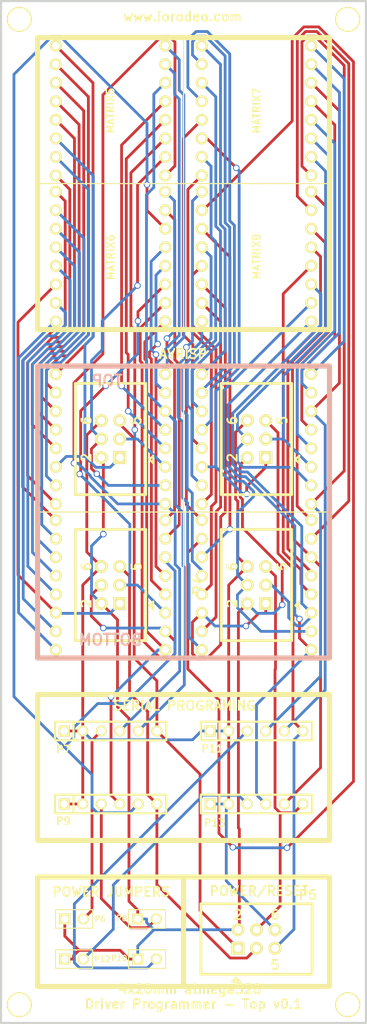
<source format=kicad_pcb>
(kicad_pcb (version 3) (host pcbnew "(2013-mar-13)-testing")

  (general
    (links 116)
    (no_connects 0)
    (area 43.837667 44.131 96.162333 186.631)
    (thickness 1.6)
    (drawings 33)
    (tracks 664)
    (zones 0)
    (modules 25)
    (nets 75)
  )

  (page A4)
  (layers
    (15 F.Cu signal)
    (0 B.Cu signal)
    (16 B.Adhes user)
    (17 F.Adhes user)
    (18 B.Paste user)
    (19 F.Paste user)
    (20 B.SilkS user)
    (21 F.SilkS user)
    (22 B.Mask user)
    (23 F.Mask user)
    (24 Dwgs.User user)
    (25 Cmts.User user)
    (26 Eco1.User user)
    (27 Eco2.User user)
    (28 Edge.Cuts user)
  )

  (setup
    (last_trace_width 0.381)
    (trace_clearance 0.254)
    (zone_clearance 0.508)
    (zone_45_only no)
    (trace_min 0.254)
    (segment_width 0.2)
    (edge_width 0.1)
    (via_size 0.889)
    (via_drill 0.635)
    (via_min_size 0.889)
    (via_min_drill 0.508)
    (uvia_size 0.508)
    (uvia_drill 0.127)
    (uvias_allowed no)
    (uvia_min_size 0.508)
    (uvia_min_drill 0.127)
    (pcb_text_width 0.3)
    (pcb_text_size 1.5 1.5)
    (mod_edge_width 0.3)
    (mod_text_size 1 1)
    (mod_text_width 0.15)
    (pad_size 3.429 3.429)
    (pad_drill 3.048)
    (pad_to_mask_clearance 0)
    (aux_axis_origin 0 0)
    (visible_elements FFFFFF7F)
    (pcbplotparams
      (layerselection 284196865)
      (usegerberextensions true)
      (excludeedgelayer true)
      (linewidth 0.150000)
      (plotframeref false)
      (viasonmask false)
      (mode 1)
      (useauxorigin false)
      (hpglpennumber 1)
      (hpglpenspeed 20)
      (hpglpendiameter 15)
      (hpglpenoverlay 2)
      (psnegative false)
      (psa4output false)
      (plotreference true)
      (plotvalue true)
      (plotothertext true)
      (plotinvisibletext false)
      (padsonsilk false)
      (subtractmaskfromsilk false)
      (outputformat 1)
      (mirror false)
      (drillshape 0)
      (scaleselection 1)
      (outputdirectory gerber_v0p1/))
  )

  (net 0 "")
  (net 1 +5V)
  (net 2 /A1_1)
  (net 3 /A1_2)
  (net 4 /A1_3)
  (net 5 /A1_4)
  (net 6 /A2_1)
  (net 7 /A2_2)
  (net 8 /A2_3)
  (net 9 /A2_4)
  (net 10 /A3_1)
  (net 11 /A3_2)
  (net 12 /A3_3)
  (net 13 /A3_4)
  (net 14 /A7_1)
  (net 15 /A7_2)
  (net 16 /A7_3)
  (net 17 /A7_4)
  (net 18 /A8_1)
  (net 19 /A8_2)
  (net 20 /A8_3)
  (net 21 /A8_4)
  (net 22 /C3_1)
  (net 23 /C3_2)
  (net 24 /C3_3)
  (net 25 /C3_4)
  (net 26 /C4_1)
  (net 27 /C4_2)
  (net 28 /C4_3)
  (net 29 /C4_4)
  (net 30 /C5_1)
  (net 31 /C5_2)
  (net 32 /C5_3)
  (net 33 /C5_4)
  (net 34 /C6_1)
  (net 35 /C6_2)
  (net 36 /C6_3)
  (net 37 /C6_4)
  (net 38 /C7_1)
  (net 39 /C7_2)
  (net 40 /C7_3)
  (net 41 /C7_4)
  (net 42 /C8_1)
  (net 43 /C8_2)
  (net 44 /C8_3)
  (net 45 /C8_4)
  (net 46 /MISO_1)
  (net 47 /MISO_2)
  (net 48 /MISO_3)
  (net 49 /MISO_4)
  (net 50 /MOSI_1)
  (net 51 /MOSI_2)
  (net 52 /MOSI_3)
  (net 53 /MOSI_4)
  (net 54 /RX_1)
  (net 55 /RX_2)
  (net 56 /RX_3)
  (net 57 /RX_4)
  (net 58 /SCK_1)
  (net 59 /SCK_2)
  (net 60 /SCK_3)
  (net 61 /SCK_4)
  (net 62 /TX_1)
  (net 63 /TX_2)
  (net 64 /TX_3)
  (net 65 /TX_4)
  (net 66 /~RST_1)
  (net 67 /~RST_2)
  (net 68 /~RST_3)
  (net 69 /~RST_4)
  (net 70 GND)
  (net 71 N-0000035)
  (net 72 N-0000036)
  (net 73 N-0000037)
  (net 74 N-0000041)

  (net_class Default "This is the default net class."
    (clearance 0.254)
    (trace_width 0.381)
    (via_dia 0.889)
    (via_drill 0.635)
    (uvia_dia 0.508)
    (uvia_drill 0.127)
    (add_net "")
    (add_net +5V)
    (add_net /A1_1)
    (add_net /A1_2)
    (add_net /A1_3)
    (add_net /A1_4)
    (add_net /A2_1)
    (add_net /A2_2)
    (add_net /A2_3)
    (add_net /A2_4)
    (add_net /A3_1)
    (add_net /A3_2)
    (add_net /A3_3)
    (add_net /A3_4)
    (add_net /A7_1)
    (add_net /A7_2)
    (add_net /A7_3)
    (add_net /A7_4)
    (add_net /A8_1)
    (add_net /A8_2)
    (add_net /A8_3)
    (add_net /A8_4)
    (add_net /C3_1)
    (add_net /C3_2)
    (add_net /C3_3)
    (add_net /C3_4)
    (add_net /C4_1)
    (add_net /C4_2)
    (add_net /C4_3)
    (add_net /C4_4)
    (add_net /C5_1)
    (add_net /C5_2)
    (add_net /C5_3)
    (add_net /C5_4)
    (add_net /C6_1)
    (add_net /C6_2)
    (add_net /C6_3)
    (add_net /C6_4)
    (add_net /C7_1)
    (add_net /C7_2)
    (add_net /C7_3)
    (add_net /C7_4)
    (add_net /C8_1)
    (add_net /C8_2)
    (add_net /C8_3)
    (add_net /C8_4)
    (add_net /MISO_1)
    (add_net /MISO_2)
    (add_net /MISO_3)
    (add_net /MISO_4)
    (add_net /MOSI_1)
    (add_net /MOSI_2)
    (add_net /MOSI_3)
    (add_net /MOSI_4)
    (add_net /RX_1)
    (add_net /RX_2)
    (add_net /RX_3)
    (add_net /RX_4)
    (add_net /SCK_1)
    (add_net /SCK_2)
    (add_net /SCK_3)
    (add_net /SCK_4)
    (add_net /TX_1)
    (add_net /TX_2)
    (add_net /TX_3)
    (add_net /TX_4)
    (add_net /~RST_1)
    (add_net /~RST_2)
    (add_net /~RST_3)
    (add_net /~RST_4)
    (add_net GND)
    (add_net N-0000035)
    (add_net N-0000036)
    (add_net N-0000037)
    (add_net N-0000041)
  )

  (module LED_MATRIX_20MM_8x8 (layer F.Cu) (tedit 52411D07) (tstamp 524115BE)
    (at 60 105)
    (path /5240D500)
    (fp_text reference MATRIX1 (at 1.5 0 90) (layer F.SilkS) hide
      (effects (font (size 1.016 1.016) (thickness 0.2032)))
    )
    (fp_text value LED_8X8 (at -1 0 90) (layer F.SilkS) hide
      (effects (font (size 1.016 1.016) (thickness 0.2032)))
    )
    (fp_line (start 0 -10) (end 10 -10) (layer F.SilkS) (width 0.15))
    (fp_line (start 10 -10) (end 10 10) (layer F.SilkS) (width 0.15))
    (fp_line (start 10 10) (end -10 10) (layer F.SilkS) (width 0.15))
    (fp_line (start -10 10) (end -10 -10) (layer F.SilkS) (width 0.15))
    (fp_line (start -10 -10) (end 0.5 -10) (layer F.SilkS) (width 0.15))
    (pad 1 thru_hole circle (at -7.5 -8.89) (size 1.651 1.651) (drill 1.016)
      (layers *.Cu *.Mask F.SilkS)
      (net 30 /C5_1)
    )
    (pad 2 thru_hole circle (at -7.5 -6.35) (size 1.651 1.651) (drill 1.016)
      (layers *.Cu *.Mask F.SilkS)
      (net 38 /C7_1)
    )
    (pad 3 thru_hole circle (at -7.5 -3.81) (size 1.651 1.651) (drill 1.016)
      (layers *.Cu *.Mask F.SilkS)
      (net 6 /A2_1)
    )
    (pad 4 thru_hole circle (at -7.5 -1.27) (size 1.651 1.651) (drill 1.016)
      (layers *.Cu *.Mask F.SilkS)
      (net 10 /A3_1)
    )
    (pad 5 thru_hole circle (at -7.5 1.27) (size 1.651 1.651) (drill 1.016)
      (layers *.Cu *.Mask F.SilkS)
      (net 42 /C8_1)
    )
    (pad 6 thru_hole circle (at -7.5 3.81) (size 1.651 1.651) (drill 1.016)
      (layers *.Cu *.Mask F.SilkS)
      (net 46 /MISO_1)
    )
    (pad 7 thru_hole circle (at -7.5 6.35) (size 1.651 1.651) (drill 1.016)
      (layers *.Cu *.Mask F.SilkS)
      (net 34 /C6_1)
    )
    (pad 8 thru_hole circle (at -7.5 8.89) (size 1.651 1.651) (drill 1.016)
      (layers *.Cu *.Mask F.SilkS)
      (net 22 /C3_1)
    )
    (pad 9 thru_hole circle (at 7.5 8.89) (size 1.651 1.651) (drill 1.016)
      (layers *.Cu *.Mask F.SilkS)
      (net 54 /RX_1)
    )
    (pad 10 thru_hole circle (at 7.5 6.35) (size 1.651 1.651) (drill 1.016)
      (layers *.Cu *.Mask F.SilkS)
      (net 50 /MOSI_1)
    )
    (pad 11 thru_hole circle (at 7.5 3.81) (size 1.651 1.651) (drill 1.016)
      (layers *.Cu *.Mask F.SilkS)
      (net 58 /SCK_1)
    )
    (pad 12 thru_hole circle (at 7.5 1.27) (size 1.651 1.651) (drill 1.016)
      (layers *.Cu *.Mask F.SilkS)
      (net 26 /C4_1)
    )
    (pad 13 thru_hole circle (at 7.5 -1.27) (size 1.651 1.651) (drill 1.016)
      (layers *.Cu *.Mask F.SilkS)
      (net 2 /A1_1)
    )
    (pad 14 thru_hole circle (at 7.5 -3.81) (size 1.651 1.651) (drill 1.016)
      (layers *.Cu *.Mask F.SilkS)
      (net 62 /TX_1)
    )
    (pad 15 thru_hole circle (at 7.5 -6.35) (size 1.651 1.651) (drill 1.016)
      (layers *.Cu *.Mask F.SilkS)
      (net 14 /A7_1)
    )
    (pad 16 thru_hole circle (at 7.5 -8.89) (size 1.651 1.651) (drill 1.016)
      (layers *.Cu *.Mask F.SilkS)
      (net 18 /A8_1)
    )
  )

  (module LED_MATRIX_20MM_8x8 (layer F.Cu) (tedit 52411D59) (tstamp 524115D7)
    (at 60 125)
    (path /5240DA05)
    (fp_text reference MATRIX2 (at 1.5 0 90) (layer F.SilkS) hide
      (effects (font (size 1.016 1.016) (thickness 0.2032)))
    )
    (fp_text value LED_8X8 (at -1 0 90) (layer F.SilkS) hide
      (effects (font (size 1.016 1.016) (thickness 0.2032)))
    )
    (fp_line (start 0 -10) (end 10 -10) (layer F.SilkS) (width 0.15))
    (fp_line (start 10 -10) (end 10 10) (layer F.SilkS) (width 0.15))
    (fp_line (start 10 10) (end -10 10) (layer F.SilkS) (width 0.15))
    (fp_line (start -10 10) (end -10 -10) (layer F.SilkS) (width 0.15))
    (fp_line (start -10 -10) (end 0.5 -10) (layer F.SilkS) (width 0.15))
    (pad 1 thru_hole circle (at -7.5 -8.89) (size 1.651 1.651) (drill 1.016)
      (layers *.Cu *.Mask F.SilkS)
      (net 31 /C5_2)
    )
    (pad 2 thru_hole circle (at -7.5 -6.35) (size 1.651 1.651) (drill 1.016)
      (layers *.Cu *.Mask F.SilkS)
      (net 39 /C7_2)
    )
    (pad 3 thru_hole circle (at -7.5 -3.81) (size 1.651 1.651) (drill 1.016)
      (layers *.Cu *.Mask F.SilkS)
      (net 7 /A2_2)
    )
    (pad 4 thru_hole circle (at -7.5 -1.27) (size 1.651 1.651) (drill 1.016)
      (layers *.Cu *.Mask F.SilkS)
      (net 11 /A3_2)
    )
    (pad 5 thru_hole circle (at -7.5 1.27) (size 1.651 1.651) (drill 1.016)
      (layers *.Cu *.Mask F.SilkS)
      (net 43 /C8_2)
    )
    (pad 6 thru_hole circle (at -7.5 3.81) (size 1.651 1.651) (drill 1.016)
      (layers *.Cu *.Mask F.SilkS)
      (net 47 /MISO_2)
    )
    (pad 7 thru_hole circle (at -7.5 6.35) (size 1.651 1.651) (drill 1.016)
      (layers *.Cu *.Mask F.SilkS)
      (net 35 /C6_2)
    )
    (pad 8 thru_hole circle (at -7.5 8.89) (size 1.651 1.651) (drill 1.016)
      (layers *.Cu *.Mask F.SilkS)
      (net 23 /C3_2)
    )
    (pad 9 thru_hole circle (at 7.5 8.89) (size 1.651 1.651) (drill 1.016)
      (layers *.Cu *.Mask F.SilkS)
      (net 55 /RX_2)
    )
    (pad 10 thru_hole circle (at 7.5 6.35) (size 1.651 1.651) (drill 1.016)
      (layers *.Cu *.Mask F.SilkS)
      (net 51 /MOSI_2)
    )
    (pad 11 thru_hole circle (at 7.5 3.81) (size 1.651 1.651) (drill 1.016)
      (layers *.Cu *.Mask F.SilkS)
      (net 59 /SCK_2)
    )
    (pad 12 thru_hole circle (at 7.5 1.27) (size 1.651 1.651) (drill 1.016)
      (layers *.Cu *.Mask F.SilkS)
      (net 27 /C4_2)
    )
    (pad 13 thru_hole circle (at 7.5 -1.27) (size 1.651 1.651) (drill 1.016)
      (layers *.Cu *.Mask F.SilkS)
      (net 3 /A1_2)
    )
    (pad 14 thru_hole circle (at 7.5 -3.81) (size 1.651 1.651) (drill 1.016)
      (layers *.Cu *.Mask F.SilkS)
      (net 63 /TX_2)
    )
    (pad 15 thru_hole circle (at 7.5 -6.35) (size 1.651 1.651) (drill 1.016)
      (layers *.Cu *.Mask F.SilkS)
      (net 15 /A7_2)
    )
    (pad 16 thru_hole circle (at 7.5 -8.89) (size 1.651 1.651) (drill 1.016)
      (layers *.Cu *.Mask F.SilkS)
      (net 19 /A8_2)
    )
  )

  (module LED_MATRIX_20MM_8x8 (layer F.Cu) (tedit 52411D2D) (tstamp 524115F0)
    (at 80 105)
    (path /5240D9CE)
    (fp_text reference MATRIX3 (at 1.5 0 90) (layer F.SilkS) hide
      (effects (font (size 1.016 1.016) (thickness 0.2032)))
    )
    (fp_text value LED_8X8 (at -1 0 90) (layer F.SilkS) hide
      (effects (font (size 1.016 1.016) (thickness 0.2032)))
    )
    (fp_line (start 0 -10) (end 10 -10) (layer F.SilkS) (width 0.15))
    (fp_line (start 10 -10) (end 10 10) (layer F.SilkS) (width 0.15))
    (fp_line (start 10 10) (end -10 10) (layer F.SilkS) (width 0.15))
    (fp_line (start -10 10) (end -10 -10) (layer F.SilkS) (width 0.15))
    (fp_line (start -10 -10) (end 0.5 -10) (layer F.SilkS) (width 0.15))
    (pad 1 thru_hole circle (at -7.5 -8.89) (size 1.651 1.651) (drill 1.016)
      (layers *.Cu *.Mask F.SilkS)
      (net 32 /C5_3)
    )
    (pad 2 thru_hole circle (at -7.5 -6.35) (size 1.651 1.651) (drill 1.016)
      (layers *.Cu *.Mask F.SilkS)
      (net 40 /C7_3)
    )
    (pad 3 thru_hole circle (at -7.5 -3.81) (size 1.651 1.651) (drill 1.016)
      (layers *.Cu *.Mask F.SilkS)
      (net 8 /A2_3)
    )
    (pad 4 thru_hole circle (at -7.5 -1.27) (size 1.651 1.651) (drill 1.016)
      (layers *.Cu *.Mask F.SilkS)
      (net 12 /A3_3)
    )
    (pad 5 thru_hole circle (at -7.5 1.27) (size 1.651 1.651) (drill 1.016)
      (layers *.Cu *.Mask F.SilkS)
      (net 44 /C8_3)
    )
    (pad 6 thru_hole circle (at -7.5 3.81) (size 1.651 1.651) (drill 1.016)
      (layers *.Cu *.Mask F.SilkS)
      (net 48 /MISO_3)
    )
    (pad 7 thru_hole circle (at -7.5 6.35) (size 1.651 1.651) (drill 1.016)
      (layers *.Cu *.Mask F.SilkS)
      (net 36 /C6_3)
    )
    (pad 8 thru_hole circle (at -7.5 8.89) (size 1.651 1.651) (drill 1.016)
      (layers *.Cu *.Mask F.SilkS)
      (net 24 /C3_3)
    )
    (pad 9 thru_hole circle (at 7.5 8.89) (size 1.651 1.651) (drill 1.016)
      (layers *.Cu *.Mask F.SilkS)
      (net 56 /RX_3)
    )
    (pad 10 thru_hole circle (at 7.5 6.35) (size 1.651 1.651) (drill 1.016)
      (layers *.Cu *.Mask F.SilkS)
      (net 52 /MOSI_3)
    )
    (pad 11 thru_hole circle (at 7.5 3.81) (size 1.651 1.651) (drill 1.016)
      (layers *.Cu *.Mask F.SilkS)
      (net 60 /SCK_3)
    )
    (pad 12 thru_hole circle (at 7.5 1.27) (size 1.651 1.651) (drill 1.016)
      (layers *.Cu *.Mask F.SilkS)
      (net 28 /C4_3)
    )
    (pad 13 thru_hole circle (at 7.5 -1.27) (size 1.651 1.651) (drill 1.016)
      (layers *.Cu *.Mask F.SilkS)
      (net 4 /A1_3)
    )
    (pad 14 thru_hole circle (at 7.5 -3.81) (size 1.651 1.651) (drill 1.016)
      (layers *.Cu *.Mask F.SilkS)
      (net 64 /TX_3)
    )
    (pad 15 thru_hole circle (at 7.5 -6.35) (size 1.651 1.651) (drill 1.016)
      (layers *.Cu *.Mask F.SilkS)
      (net 16 /A7_3)
    )
    (pad 16 thru_hole circle (at 7.5 -8.89) (size 1.651 1.651) (drill 1.016)
      (layers *.Cu *.Mask F.SilkS)
      (net 20 /A8_3)
    )
  )

  (module LED_MATRIX_20MM_8x8 (layer F.Cu) (tedit 52411D6A) (tstamp 52411609)
    (at 80 125)
    (path /5240DA3C)
    (fp_text reference MATRIX4 (at 1.5 0 90) (layer F.SilkS) hide
      (effects (font (size 1.016 1.016) (thickness 0.2032)))
    )
    (fp_text value LED_8X8 (at -1 0 90) (layer F.SilkS) hide
      (effects (font (size 1.016 1.016) (thickness 0.2032)))
    )
    (fp_line (start 0 -10) (end 10 -10) (layer F.SilkS) (width 0.15))
    (fp_line (start 10 -10) (end 10 10) (layer F.SilkS) (width 0.15))
    (fp_line (start 10 10) (end -10 10) (layer F.SilkS) (width 0.15))
    (fp_line (start -10 10) (end -10 -10) (layer F.SilkS) (width 0.15))
    (fp_line (start -10 -10) (end 0.5 -10) (layer F.SilkS) (width 0.15))
    (pad 1 thru_hole circle (at -7.5 -8.89) (size 1.651 1.651) (drill 1.016)
      (layers *.Cu *.Mask F.SilkS)
      (net 33 /C5_4)
    )
    (pad 2 thru_hole circle (at -7.5 -6.35) (size 1.651 1.651) (drill 1.016)
      (layers *.Cu *.Mask F.SilkS)
      (net 41 /C7_4)
    )
    (pad 3 thru_hole circle (at -7.5 -3.81) (size 1.651 1.651) (drill 1.016)
      (layers *.Cu *.Mask F.SilkS)
      (net 9 /A2_4)
    )
    (pad 4 thru_hole circle (at -7.5 -1.27) (size 1.651 1.651) (drill 1.016)
      (layers *.Cu *.Mask F.SilkS)
      (net 13 /A3_4)
    )
    (pad 5 thru_hole circle (at -7.5 1.27) (size 1.651 1.651) (drill 1.016)
      (layers *.Cu *.Mask F.SilkS)
      (net 45 /C8_4)
    )
    (pad 6 thru_hole circle (at -7.5 3.81) (size 1.651 1.651) (drill 1.016)
      (layers *.Cu *.Mask F.SilkS)
      (net 49 /MISO_4)
    )
    (pad 7 thru_hole circle (at -7.5 6.35) (size 1.651 1.651) (drill 1.016)
      (layers *.Cu *.Mask F.SilkS)
      (net 37 /C6_4)
    )
    (pad 8 thru_hole circle (at -7.5 8.89) (size 1.651 1.651) (drill 1.016)
      (layers *.Cu *.Mask F.SilkS)
      (net 25 /C3_4)
    )
    (pad 9 thru_hole circle (at 7.5 8.89) (size 1.651 1.651) (drill 1.016)
      (layers *.Cu *.Mask F.SilkS)
      (net 57 /RX_4)
    )
    (pad 10 thru_hole circle (at 7.5 6.35) (size 1.651 1.651) (drill 1.016)
      (layers *.Cu *.Mask F.SilkS)
      (net 53 /MOSI_4)
    )
    (pad 11 thru_hole circle (at 7.5 3.81) (size 1.651 1.651) (drill 1.016)
      (layers *.Cu *.Mask F.SilkS)
      (net 61 /SCK_4)
    )
    (pad 12 thru_hole circle (at 7.5 1.27) (size 1.651 1.651) (drill 1.016)
      (layers *.Cu *.Mask F.SilkS)
      (net 29 /C4_4)
    )
    (pad 13 thru_hole circle (at 7.5 -1.27) (size 1.651 1.651) (drill 1.016)
      (layers *.Cu *.Mask F.SilkS)
      (net 5 /A1_4)
    )
    (pad 14 thru_hole circle (at 7.5 -3.81) (size 1.651 1.651) (drill 1.016)
      (layers *.Cu *.Mask F.SilkS)
      (net 65 /TX_4)
    )
    (pad 15 thru_hole circle (at 7.5 -6.35) (size 1.651 1.651) (drill 1.016)
      (layers *.Cu *.Mask F.SilkS)
      (net 17 /A7_4)
    )
    (pad 16 thru_hole circle (at 7.5 -8.89) (size 1.651 1.651) (drill 1.016)
      (layers *.Cu *.Mask F.SilkS)
      (net 21 /A8_4)
    )
  )

  (module LED_MATRIX_20MM_8x8 (layer F.Cu) (tedit 52411D88) (tstamp 524121C6)
    (at 60 60)
    (path /5240DB63)
    (fp_text reference MATRIX5 (at -0.0179 0.0075 90) (layer F.SilkS)
      (effects (font (size 1.016 1.016) (thickness 0.2032)))
    )
    (fp_text value LED_8X8 (at -1 0 90) (layer F.SilkS) hide
      (effects (font (size 1.016 1.016) (thickness 0.2032)))
    )
    (fp_line (start 0 -10) (end 10 -10) (layer F.SilkS) (width 0.15))
    (fp_line (start 10 -10) (end 10 10) (layer F.SilkS) (width 0.15))
    (fp_line (start 10 10) (end -10 10) (layer F.SilkS) (width 0.15))
    (fp_line (start -10 10) (end -10 -10) (layer F.SilkS) (width 0.15))
    (fp_line (start -10 -10) (end 0.5 -10) (layer F.SilkS) (width 0.15))
    (pad 1 thru_hole circle (at -7.5 -8.89) (size 1.651 1.651) (drill 1.016)
      (layers *.Cu *.Mask F.SilkS)
      (net 30 /C5_1)
    )
    (pad 2 thru_hole circle (at -7.5 -6.35) (size 1.651 1.651) (drill 1.016)
      (layers *.Cu *.Mask F.SilkS)
      (net 38 /C7_1)
    )
    (pad 3 thru_hole circle (at -7.5 -3.81) (size 1.651 1.651) (drill 1.016)
      (layers *.Cu *.Mask F.SilkS)
      (net 6 /A2_1)
    )
    (pad 4 thru_hole circle (at -7.5 -1.27) (size 1.651 1.651) (drill 1.016)
      (layers *.Cu *.Mask F.SilkS)
      (net 10 /A3_1)
    )
    (pad 5 thru_hole circle (at -7.5 1.27) (size 1.651 1.651) (drill 1.016)
      (layers *.Cu *.Mask F.SilkS)
      (net 42 /C8_1)
    )
    (pad 6 thru_hole circle (at -7.5 3.81) (size 1.651 1.651) (drill 1.016)
      (layers *.Cu *.Mask F.SilkS)
      (net 46 /MISO_1)
    )
    (pad 7 thru_hole circle (at -7.5 6.35) (size 1.651 1.651) (drill 1.016)
      (layers *.Cu *.Mask F.SilkS)
      (net 34 /C6_1)
    )
    (pad 8 thru_hole circle (at -7.5 8.89) (size 1.651 1.651) (drill 1.016)
      (layers *.Cu *.Mask F.SilkS)
      (net 22 /C3_1)
    )
    (pad 9 thru_hole circle (at 7.5 8.89) (size 1.651 1.651) (drill 1.016)
      (layers *.Cu *.Mask F.SilkS)
      (net 54 /RX_1)
    )
    (pad 10 thru_hole circle (at 7.5 6.35) (size 1.651 1.651) (drill 1.016)
      (layers *.Cu *.Mask F.SilkS)
      (net 50 /MOSI_1)
    )
    (pad 11 thru_hole circle (at 7.5 3.81) (size 1.651 1.651) (drill 1.016)
      (layers *.Cu *.Mask F.SilkS)
      (net 58 /SCK_1)
    )
    (pad 12 thru_hole circle (at 7.5 1.27) (size 1.651 1.651) (drill 1.016)
      (layers *.Cu *.Mask F.SilkS)
      (net 26 /C4_1)
    )
    (pad 13 thru_hole circle (at 7.5 -1.27) (size 1.651 1.651) (drill 1.016)
      (layers *.Cu *.Mask F.SilkS)
      (net 2 /A1_1)
    )
    (pad 14 thru_hole circle (at 7.5 -3.81) (size 1.651 1.651) (drill 1.016)
      (layers *.Cu *.Mask F.SilkS)
      (net 62 /TX_1)
    )
    (pad 15 thru_hole circle (at 7.5 -6.35) (size 1.651 1.651) (drill 1.016)
      (layers *.Cu *.Mask F.SilkS)
      (net 14 /A7_1)
    )
    (pad 16 thru_hole circle (at 7.5 -8.89) (size 1.651 1.651) (drill 1.016)
      (layers *.Cu *.Mask F.SilkS)
      (net 18 /A8_1)
    )
  )

  (module LED_MATRIX_20MM_8x8 (layer F.Cu) (tedit 52411DB9) (tstamp 524121E0)
    (at 60 80)
    (path /5240DB7C)
    (fp_text reference MATRIX6 (at 0.0202 0.0862 90) (layer F.SilkS)
      (effects (font (size 1.016 1.016) (thickness 0.2032)))
    )
    (fp_text value LED_8X8 (at -1 0 90) (layer F.SilkS) hide
      (effects (font (size 1.016 1.016) (thickness 0.2032)))
    )
    (fp_line (start 0 -10) (end 10 -10) (layer F.SilkS) (width 0.15))
    (fp_line (start 10 -10) (end 10 10) (layer F.SilkS) (width 0.15))
    (fp_line (start 10 10) (end -10 10) (layer F.SilkS) (width 0.15))
    (fp_line (start -10 10) (end -10 -10) (layer F.SilkS) (width 0.15))
    (fp_line (start -10 -10) (end 0.5 -10) (layer F.SilkS) (width 0.15))
    (pad 1 thru_hole circle (at -7.5 -8.89) (size 1.651 1.651) (drill 1.016)
      (layers *.Cu *.Mask F.SilkS)
      (net 31 /C5_2)
    )
    (pad 2 thru_hole circle (at -7.5 -6.35) (size 1.651 1.651) (drill 1.016)
      (layers *.Cu *.Mask F.SilkS)
      (net 39 /C7_2)
    )
    (pad 3 thru_hole circle (at -7.5 -3.81) (size 1.651 1.651) (drill 1.016)
      (layers *.Cu *.Mask F.SilkS)
      (net 7 /A2_2)
    )
    (pad 4 thru_hole circle (at -7.5 -1.27) (size 1.651 1.651) (drill 1.016)
      (layers *.Cu *.Mask F.SilkS)
      (net 11 /A3_2)
    )
    (pad 5 thru_hole circle (at -7.5 1.27) (size 1.651 1.651) (drill 1.016)
      (layers *.Cu *.Mask F.SilkS)
      (net 43 /C8_2)
    )
    (pad 6 thru_hole circle (at -7.5 3.81) (size 1.651 1.651) (drill 1.016)
      (layers *.Cu *.Mask F.SilkS)
      (net 47 /MISO_2)
    )
    (pad 7 thru_hole circle (at -7.5 6.35) (size 1.651 1.651) (drill 1.016)
      (layers *.Cu *.Mask F.SilkS)
      (net 35 /C6_2)
    )
    (pad 8 thru_hole circle (at -7.5 8.89) (size 1.651 1.651) (drill 1.016)
      (layers *.Cu *.Mask F.SilkS)
      (net 23 /C3_2)
    )
    (pad 9 thru_hole circle (at 7.5 8.89) (size 1.651 1.651) (drill 1.016)
      (layers *.Cu *.Mask F.SilkS)
      (net 55 /RX_2)
    )
    (pad 10 thru_hole circle (at 7.5 6.35) (size 1.651 1.651) (drill 1.016)
      (layers *.Cu *.Mask F.SilkS)
      (net 51 /MOSI_2)
    )
    (pad 11 thru_hole circle (at 7.5 3.81) (size 1.651 1.651) (drill 1.016)
      (layers *.Cu *.Mask F.SilkS)
      (net 59 /SCK_2)
    )
    (pad 12 thru_hole circle (at 7.5 1.27) (size 1.651 1.651) (drill 1.016)
      (layers *.Cu *.Mask F.SilkS)
      (net 27 /C4_2)
    )
    (pad 13 thru_hole circle (at 7.5 -1.27) (size 1.651 1.651) (drill 1.016)
      (layers *.Cu *.Mask F.SilkS)
      (net 3 /A1_2)
    )
    (pad 14 thru_hole circle (at 7.5 -3.81) (size 1.651 1.651) (drill 1.016)
      (layers *.Cu *.Mask F.SilkS)
      (net 63 /TX_2)
    )
    (pad 15 thru_hole circle (at 7.5 -6.35) (size 1.651 1.651) (drill 1.016)
      (layers *.Cu *.Mask F.SilkS)
      (net 15 /A7_2)
    )
    (pad 16 thru_hole circle (at 7.5 -8.89) (size 1.651 1.651) (drill 1.016)
      (layers *.Cu *.Mask F.SilkS)
      (net 19 /A8_2)
    )
  )

  (module LED_MATRIX_20MM_8x8 (layer F.Cu) (tedit 52411D92) (tstamp 52411654)
    (at 80 60)
    (path /5240DB8B)
    (fp_text reference MATRIX7 (at 0.0227 0.0202 90) (layer F.SilkS)
      (effects (font (size 1.016 1.016) (thickness 0.2032)))
    )
    (fp_text value LED_8X8 (at -1 0 90) (layer F.SilkS) hide
      (effects (font (size 1.016 1.016) (thickness 0.2032)))
    )
    (fp_line (start 0 -10) (end 10 -10) (layer F.SilkS) (width 0.15))
    (fp_line (start 10 -10) (end 10 10) (layer F.SilkS) (width 0.15))
    (fp_line (start 10 10) (end -10 10) (layer F.SilkS) (width 0.15))
    (fp_line (start -10 10) (end -10 -10) (layer F.SilkS) (width 0.15))
    (fp_line (start -10 -10) (end 0.5 -10) (layer F.SilkS) (width 0.15))
    (pad 1 thru_hole circle (at -7.5 -8.89) (size 1.651 1.651) (drill 1.016)
      (layers *.Cu *.Mask F.SilkS)
      (net 32 /C5_3)
    )
    (pad 2 thru_hole circle (at -7.5 -6.35) (size 1.651 1.651) (drill 1.016)
      (layers *.Cu *.Mask F.SilkS)
      (net 40 /C7_3)
    )
    (pad 3 thru_hole circle (at -7.5 -3.81) (size 1.651 1.651) (drill 1.016)
      (layers *.Cu *.Mask F.SilkS)
      (net 8 /A2_3)
    )
    (pad 4 thru_hole circle (at -7.5 -1.27) (size 1.651 1.651) (drill 1.016)
      (layers *.Cu *.Mask F.SilkS)
      (net 12 /A3_3)
    )
    (pad 5 thru_hole circle (at -7.5 1.27) (size 1.651 1.651) (drill 1.016)
      (layers *.Cu *.Mask F.SilkS)
      (net 44 /C8_3)
    )
    (pad 6 thru_hole circle (at -7.5 3.81) (size 1.651 1.651) (drill 1.016)
      (layers *.Cu *.Mask F.SilkS)
      (net 48 /MISO_3)
    )
    (pad 7 thru_hole circle (at -7.5 6.35) (size 1.651 1.651) (drill 1.016)
      (layers *.Cu *.Mask F.SilkS)
      (net 36 /C6_3)
    )
    (pad 8 thru_hole circle (at -7.5 8.89) (size 1.651 1.651) (drill 1.016)
      (layers *.Cu *.Mask F.SilkS)
      (net 24 /C3_3)
    )
    (pad 9 thru_hole circle (at 7.5 8.89) (size 1.651 1.651) (drill 1.016)
      (layers *.Cu *.Mask F.SilkS)
      (net 56 /RX_3)
    )
    (pad 10 thru_hole circle (at 7.5 6.35) (size 1.651 1.651) (drill 1.016)
      (layers *.Cu *.Mask F.SilkS)
      (net 52 /MOSI_3)
    )
    (pad 11 thru_hole circle (at 7.5 3.81) (size 1.651 1.651) (drill 1.016)
      (layers *.Cu *.Mask F.SilkS)
      (net 60 /SCK_3)
    )
    (pad 12 thru_hole circle (at 7.5 1.27) (size 1.651 1.651) (drill 1.016)
      (layers *.Cu *.Mask F.SilkS)
      (net 28 /C4_3)
    )
    (pad 13 thru_hole circle (at 7.5 -1.27) (size 1.651 1.651) (drill 1.016)
      (layers *.Cu *.Mask F.SilkS)
      (net 4 /A1_3)
    )
    (pad 14 thru_hole circle (at 7.5 -3.81) (size 1.651 1.651) (drill 1.016)
      (layers *.Cu *.Mask F.SilkS)
      (net 64 /TX_3)
    )
    (pad 15 thru_hole circle (at 7.5 -6.35) (size 1.651 1.651) (drill 1.016)
      (layers *.Cu *.Mask F.SilkS)
      (net 16 /A7_3)
    )
    (pad 16 thru_hole circle (at 7.5 -8.89) (size 1.651 1.651) (drill 1.016)
      (layers *.Cu *.Mask F.SilkS)
      (net 20 /A8_3)
    )
  )

  (module LED_MATRIX_20MM_8x8 (layer F.Cu) (tedit 52411DC7) (tstamp 5241166D)
    (at 80 80)
    (path /5240DB9A)
    (fp_text reference MATRIX8 (at 0.01 -0.0027 90) (layer F.SilkS)
      (effects (font (size 1.016 1.016) (thickness 0.2032)))
    )
    (fp_text value LED_8X8 (at -1 0 90) (layer F.SilkS) hide
      (effects (font (size 1.016 1.016) (thickness 0.2032)))
    )
    (fp_line (start 0 -10) (end 10 -10) (layer F.SilkS) (width 0.15))
    (fp_line (start 10 -10) (end 10 10) (layer F.SilkS) (width 0.15))
    (fp_line (start 10 10) (end -10 10) (layer F.SilkS) (width 0.15))
    (fp_line (start -10 10) (end -10 -10) (layer F.SilkS) (width 0.15))
    (fp_line (start -10 -10) (end 0.5 -10) (layer F.SilkS) (width 0.15))
    (pad 1 thru_hole circle (at -7.5 -8.89) (size 1.651 1.651) (drill 1.016)
      (layers *.Cu *.Mask F.SilkS)
      (net 33 /C5_4)
    )
    (pad 2 thru_hole circle (at -7.5 -6.35) (size 1.651 1.651) (drill 1.016)
      (layers *.Cu *.Mask F.SilkS)
      (net 41 /C7_4)
    )
    (pad 3 thru_hole circle (at -7.5 -3.81) (size 1.651 1.651) (drill 1.016)
      (layers *.Cu *.Mask F.SilkS)
      (net 9 /A2_4)
    )
    (pad 4 thru_hole circle (at -7.5 -1.27) (size 1.651 1.651) (drill 1.016)
      (layers *.Cu *.Mask F.SilkS)
      (net 13 /A3_4)
    )
    (pad 5 thru_hole circle (at -7.5 1.27) (size 1.651 1.651) (drill 1.016)
      (layers *.Cu *.Mask F.SilkS)
      (net 45 /C8_4)
    )
    (pad 6 thru_hole circle (at -7.5 3.81) (size 1.651 1.651) (drill 1.016)
      (layers *.Cu *.Mask F.SilkS)
      (net 49 /MISO_4)
    )
    (pad 7 thru_hole circle (at -7.5 6.35) (size 1.651 1.651) (drill 1.016)
      (layers *.Cu *.Mask F.SilkS)
      (net 37 /C6_4)
    )
    (pad 8 thru_hole circle (at -7.5 8.89) (size 1.651 1.651) (drill 1.016)
      (layers *.Cu *.Mask F.SilkS)
      (net 25 /C3_4)
    )
    (pad 9 thru_hole circle (at 7.5 8.89) (size 1.651 1.651) (drill 1.016)
      (layers *.Cu *.Mask F.SilkS)
      (net 57 /RX_4)
    )
    (pad 10 thru_hole circle (at 7.5 6.35) (size 1.651 1.651) (drill 1.016)
      (layers *.Cu *.Mask F.SilkS)
      (net 53 /MOSI_4)
    )
    (pad 11 thru_hole circle (at 7.5 3.81) (size 1.651 1.651) (drill 1.016)
      (layers *.Cu *.Mask F.SilkS)
      (net 61 /SCK_4)
    )
    (pad 12 thru_hole circle (at 7.5 1.27) (size 1.651 1.651) (drill 1.016)
      (layers *.Cu *.Mask F.SilkS)
      (net 29 /C4_4)
    )
    (pad 13 thru_hole circle (at 7.5 -1.27) (size 1.651 1.651) (drill 1.016)
      (layers *.Cu *.Mask F.SilkS)
      (net 5 /A1_4)
    )
    (pad 14 thru_hole circle (at 7.5 -3.81) (size 1.651 1.651) (drill 1.016)
      (layers *.Cu *.Mask F.SilkS)
      (net 65 /TX_4)
    )
    (pad 15 thru_hole circle (at 7.5 -6.35) (size 1.651 1.651) (drill 1.016)
      (layers *.Cu *.Mask F.SilkS)
      (net 17 /A7_4)
    )
    (pad 16 thru_hole circle (at 7.5 -8.89) (size 1.651 1.651) (drill 1.016)
      (layers *.Cu *.Mask F.SilkS)
      (net 21 /A8_4)
    )
  )

  (module PIN_ARRAY_2X1 (layer F.Cu) (tedit 52411FCB) (tstamp 524116DB)
    (at 55 170.75)
    (descr "Connecteurs 2 pins")
    (tags "CONN DEV")
    (path /52411A7E)
    (fp_text reference P6 (at 3.5597 0.0076) (layer F.SilkS)
      (effects (font (size 0.762 0.762) (thickness 0.1524)))
    )
    (fp_text value CONN_2 (at 0 -1.905) (layer F.SilkS) hide
      (effects (font (size 0.762 0.762) (thickness 0.1524)))
    )
    (fp_line (start -2.54 1.27) (end -2.54 -1.27) (layer F.SilkS) (width 0.1524))
    (fp_line (start -2.54 -1.27) (end 2.54 -1.27) (layer F.SilkS) (width 0.1524))
    (fp_line (start 2.54 -1.27) (end 2.54 1.27) (layer F.SilkS) (width 0.1524))
    (fp_line (start 2.54 1.27) (end -2.54 1.27) (layer F.SilkS) (width 0.1524))
    (pad 1 thru_hole rect (at -1.27 0) (size 1.524 1.524) (drill 1.016)
      (layers *.Cu *.Mask F.SilkS)
      (net 1 +5V)
    )
    (pad 2 thru_hole circle (at 1.27 0) (size 1.524 1.524) (drill 1.016)
      (layers *.Cu *.Mask F.SilkS)
      (net 74 N-0000041)
    )
    (model pin_array/pins_array_2x1.wrl
      (at (xyz 0 0 0))
      (scale (xyz 1 1 1))
      (rotate (xyz 0 0 0))
    )
  )

  (module PIN_ARRAY-6X1 (layer F.Cu) (tedit 52412003) (tstamp 524116EA)
    (at 60 145)
    (descr "Connecteur 6 pins")
    (tags "CONN DEV")
    (path /52411321)
    (fp_text reference P7 (at -6.4695 2.5232) (layer F.SilkS)
      (effects (font (size 1.016 1.016) (thickness 0.2032)))
    )
    (fp_text value CONN_6 (at 0 2.159) (layer F.SilkS) hide
      (effects (font (size 1.016 0.889) (thickness 0.2032)))
    )
    (fp_line (start -7.62 1.27) (end -7.62 -1.27) (layer F.SilkS) (width 0.3048))
    (fp_line (start -7.62 -1.27) (end 7.62 -1.27) (layer F.SilkS) (width 0.3048))
    (fp_line (start 7.62 -1.27) (end 7.62 1.27) (layer F.SilkS) (width 0.3048))
    (fp_line (start 7.62 1.27) (end -7.62 1.27) (layer F.SilkS) (width 0.3048))
    (fp_line (start -5.08 1.27) (end -5.08 -1.27) (layer F.SilkS) (width 0.3048))
    (pad 1 thru_hole rect (at -6.35 0) (size 1.524 1.524) (drill 1.016)
      (layers *.Cu *.Mask F.SilkS)
      (net 70 GND)
    )
    (pad 2 thru_hole circle (at -3.81 0) (size 1.524 1.524) (drill 1.016)
      (layers *.Cu *.Mask F.SilkS)
      (net 70 GND)
    )
    (pad 3 thru_hole circle (at -1.27 0) (size 1.524 1.524) (drill 1.016)
      (layers *.Cu *.Mask F.SilkS)
      (net 74 N-0000041)
    )
    (pad 4 thru_hole circle (at 1.27 0) (size 1.524 1.524) (drill 1.016)
      (layers *.Cu *.Mask F.SilkS)
      (net 54 /RX_1)
    )
    (pad 5 thru_hole circle (at 3.81 0) (size 1.524 1.524) (drill 1.016)
      (layers *.Cu *.Mask F.SilkS)
      (net 62 /TX_1)
    )
    (pad 6 thru_hole circle (at 6.35 0) (size 1.524 1.524) (drill 1.016)
      (layers *.Cu *.Mask F.SilkS)
      (net 66 /~RST_1)
    )
    (model pin_array/pins_array_6x1.wrl
      (at (xyz 0 0 0))
      (scale (xyz 1 1 1))
      (rotate (xyz 0 0 0))
    )
  )

  (module PIN_ARRAY_2X1 (layer F.Cu) (tedit 52411FE0) (tstamp 524116F4)
    (at 65 170.75)
    (descr "Connecteurs 2 pins")
    (tags "CONN DEV")
    (path /52411C25)
    (fp_text reference P8 (at -3.466 -0.1067) (layer F.SilkS)
      (effects (font (size 0.762 0.762) (thickness 0.1524)))
    )
    (fp_text value CONN_2 (at 0 -1.905) (layer F.SilkS) hide
      (effects (font (size 0.762 0.762) (thickness 0.1524)))
    )
    (fp_line (start -2.54 1.27) (end -2.54 -1.27) (layer F.SilkS) (width 0.1524))
    (fp_line (start -2.54 -1.27) (end 2.54 -1.27) (layer F.SilkS) (width 0.1524))
    (fp_line (start 2.54 -1.27) (end 2.54 1.27) (layer F.SilkS) (width 0.1524))
    (fp_line (start 2.54 1.27) (end -2.54 1.27) (layer F.SilkS) (width 0.1524))
    (pad 1 thru_hole rect (at -1.27 0) (size 1.524 1.524) (drill 1.016)
      (layers *.Cu *.Mask F.SilkS)
      (net 1 +5V)
    )
    (pad 2 thru_hole circle (at 1.27 0) (size 1.524 1.524) (drill 1.016)
      (layers *.Cu *.Mask F.SilkS)
      (net 72 N-0000036)
    )
    (model pin_array/pins_array_2x1.wrl
      (at (xyz 0 0 0))
      (scale (xyz 1 1 1))
      (rotate (xyz 0 0 0))
    )
  )

  (module PIN_ARRAY-6X1 (layer F.Cu) (tedit 52412006) (tstamp 52411703)
    (at 60 155)
    (descr "Connecteur 6 pins")
    (tags "CONN DEV")
    (path /52411C0D)
    (fp_text reference P9 (at -6.4695 2.353) (layer F.SilkS)
      (effects (font (size 1.016 1.016) (thickness 0.2032)))
    )
    (fp_text value CONN_6 (at 0 2.159) (layer F.SilkS) hide
      (effects (font (size 1.016 0.889) (thickness 0.2032)))
    )
    (fp_line (start -7.62 1.27) (end -7.62 -1.27) (layer F.SilkS) (width 0.3048))
    (fp_line (start -7.62 -1.27) (end 7.62 -1.27) (layer F.SilkS) (width 0.3048))
    (fp_line (start 7.62 -1.27) (end 7.62 1.27) (layer F.SilkS) (width 0.3048))
    (fp_line (start 7.62 1.27) (end -7.62 1.27) (layer F.SilkS) (width 0.3048))
    (fp_line (start -5.08 1.27) (end -5.08 -1.27) (layer F.SilkS) (width 0.3048))
    (pad 1 thru_hole rect (at -6.35 0) (size 1.524 1.524) (drill 1.016)
      (layers *.Cu *.Mask F.SilkS)
      (net 70 GND)
    )
    (pad 2 thru_hole circle (at -3.81 0) (size 1.524 1.524) (drill 1.016)
      (layers *.Cu *.Mask F.SilkS)
      (net 70 GND)
    )
    (pad 3 thru_hole circle (at -1.27 0) (size 1.524 1.524) (drill 1.016)
      (layers *.Cu *.Mask F.SilkS)
      (net 72 N-0000036)
    )
    (pad 4 thru_hole circle (at 1.27 0) (size 1.524 1.524) (drill 1.016)
      (layers *.Cu *.Mask F.SilkS)
      (net 55 /RX_2)
    )
    (pad 5 thru_hole circle (at 3.81 0) (size 1.524 1.524) (drill 1.016)
      (layers *.Cu *.Mask F.SilkS)
      (net 63 /TX_2)
    )
    (pad 6 thru_hole circle (at 6.35 0) (size 1.524 1.524) (drill 1.016)
      (layers *.Cu *.Mask F.SilkS)
      (net 67 /~RST_2)
    )
    (model pin_array/pins_array_6x1.wrl
      (at (xyz 0 0 0))
      (scale (xyz 1 1 1))
      (rotate (xyz 0 0 0))
    )
  )

  (module PIN_ARRAY_2X1 (layer F.Cu) (tedit 52411FE4) (tstamp 5241170D)
    (at 65 176.25)
    (descr "Connecteurs 2 pins")
    (tags "CONN DEV")
    (path /52411EB6)
    (fp_text reference P10 (at -3.8089 -0.1137) (layer F.SilkS)
      (effects (font (size 0.762 0.762) (thickness 0.1524)))
    )
    (fp_text value CONN_2 (at 0 -1.905) (layer F.SilkS) hide
      (effects (font (size 0.762 0.762) (thickness 0.1524)))
    )
    (fp_line (start -2.54 1.27) (end -2.54 -1.27) (layer F.SilkS) (width 0.1524))
    (fp_line (start -2.54 -1.27) (end 2.54 -1.27) (layer F.SilkS) (width 0.1524))
    (fp_line (start 2.54 -1.27) (end 2.54 1.27) (layer F.SilkS) (width 0.1524))
    (fp_line (start 2.54 1.27) (end -2.54 1.27) (layer F.SilkS) (width 0.1524))
    (pad 1 thru_hole rect (at -1.27 0) (size 1.524 1.524) (drill 1.016)
      (layers *.Cu *.Mask F.SilkS)
      (net 1 +5V)
    )
    (pad 2 thru_hole circle (at 1.27 0) (size 1.524 1.524) (drill 1.016)
      (layers *.Cu *.Mask F.SilkS)
      (net 71 N-0000035)
    )
    (model pin_array/pins_array_2x1.wrl
      (at (xyz 0 0 0))
      (scale (xyz 1 1 1))
      (rotate (xyz 0 0 0))
    )
  )

  (module PIN_ARRAY-6X1 (layer F.Cu) (tedit 5241200A) (tstamp 5241171C)
    (at 80 145)
    (descr "Connecteur 6 pins")
    (tags "CONN DEV")
    (path /52411E9E)
    (fp_text reference P11 (at -6.0733 2.4089) (layer F.SilkS)
      (effects (font (size 1.016 1.016) (thickness 0.2032)))
    )
    (fp_text value CONN_6 (at 0 2.159) (layer F.SilkS) hide
      (effects (font (size 1.016 0.889) (thickness 0.2032)))
    )
    (fp_line (start -7.62 1.27) (end -7.62 -1.27) (layer F.SilkS) (width 0.3048))
    (fp_line (start -7.62 -1.27) (end 7.62 -1.27) (layer F.SilkS) (width 0.3048))
    (fp_line (start 7.62 -1.27) (end 7.62 1.27) (layer F.SilkS) (width 0.3048))
    (fp_line (start 7.62 1.27) (end -7.62 1.27) (layer F.SilkS) (width 0.3048))
    (fp_line (start -5.08 1.27) (end -5.08 -1.27) (layer F.SilkS) (width 0.3048))
    (pad 1 thru_hole rect (at -6.35 0) (size 1.524 1.524) (drill 1.016)
      (layers *.Cu *.Mask F.SilkS)
      (net 70 GND)
    )
    (pad 2 thru_hole circle (at -3.81 0) (size 1.524 1.524) (drill 1.016)
      (layers *.Cu *.Mask F.SilkS)
      (net 70 GND)
    )
    (pad 3 thru_hole circle (at -1.27 0) (size 1.524 1.524) (drill 1.016)
      (layers *.Cu *.Mask F.SilkS)
      (net 71 N-0000035)
    )
    (pad 4 thru_hole circle (at 1.27 0) (size 1.524 1.524) (drill 1.016)
      (layers *.Cu *.Mask F.SilkS)
      (net 56 /RX_3)
    )
    (pad 5 thru_hole circle (at 3.81 0) (size 1.524 1.524) (drill 1.016)
      (layers *.Cu *.Mask F.SilkS)
      (net 64 /TX_3)
    )
    (pad 6 thru_hole circle (at 6.35 0) (size 1.524 1.524) (drill 1.016)
      (layers *.Cu *.Mask F.SilkS)
      (net 68 /~RST_3)
    )
    (model pin_array/pins_array_6x1.wrl
      (at (xyz 0 0 0))
      (scale (xyz 1 1 1))
      (rotate (xyz 0 0 0))
    )
  )

  (module PIN_ARRAY_2X1 (layer F.Cu) (tedit 52411FCF) (tstamp 52411726)
    (at 55 176.25)
    (descr "Connecteurs 2 pins")
    (tags "CONN DEV")
    (path /52411EDF)
    (fp_text reference P12 (at 3.9026 0.0006) (layer F.SilkS)
      (effects (font (size 0.762 0.762) (thickness 0.1524)))
    )
    (fp_text value CONN_2 (at 0 -1.905) (layer F.SilkS) hide
      (effects (font (size 0.762 0.762) (thickness 0.1524)))
    )
    (fp_line (start -2.54 1.27) (end -2.54 -1.27) (layer F.SilkS) (width 0.1524))
    (fp_line (start -2.54 -1.27) (end 2.54 -1.27) (layer F.SilkS) (width 0.1524))
    (fp_line (start 2.54 -1.27) (end 2.54 1.27) (layer F.SilkS) (width 0.1524))
    (fp_line (start 2.54 1.27) (end -2.54 1.27) (layer F.SilkS) (width 0.1524))
    (pad 1 thru_hole rect (at -1.27 0) (size 1.524 1.524) (drill 1.016)
      (layers *.Cu *.Mask F.SilkS)
      (net 1 +5V)
    )
    (pad 2 thru_hole circle (at 1.27 0) (size 1.524 1.524) (drill 1.016)
      (layers *.Cu *.Mask F.SilkS)
      (net 73 N-0000037)
    )
    (model pin_array/pins_array_2x1.wrl
      (at (xyz 0 0 0))
      (scale (xyz 1 1 1))
      (rotate (xyz 0 0 0))
    )
  )

  (module PIN_ARRAY-6X1 (layer F.Cu) (tedit 5241200E) (tstamp 52411735)
    (at 80 155)
    (descr "Connecteur 6 pins")
    (tags "CONN DEV")
    (path /52411EC7)
    (fp_text reference P13 (at -5.7304 2.5816) (layer F.SilkS)
      (effects (font (size 1.016 1.016) (thickness 0.2032)))
    )
    (fp_text value CONN_6 (at 0 2.159) (layer F.SilkS) hide
      (effects (font (size 1.016 0.889) (thickness 0.2032)))
    )
    (fp_line (start -7.62 1.27) (end -7.62 -1.27) (layer F.SilkS) (width 0.3048))
    (fp_line (start -7.62 -1.27) (end 7.62 -1.27) (layer F.SilkS) (width 0.3048))
    (fp_line (start 7.62 -1.27) (end 7.62 1.27) (layer F.SilkS) (width 0.3048))
    (fp_line (start 7.62 1.27) (end -7.62 1.27) (layer F.SilkS) (width 0.3048))
    (fp_line (start -5.08 1.27) (end -5.08 -1.27) (layer F.SilkS) (width 0.3048))
    (pad 1 thru_hole rect (at -6.35 0) (size 1.524 1.524) (drill 1.016)
      (layers *.Cu *.Mask F.SilkS)
      (net 70 GND)
    )
    (pad 2 thru_hole circle (at -3.81 0) (size 1.524 1.524) (drill 1.016)
      (layers *.Cu *.Mask F.SilkS)
      (net 70 GND)
    )
    (pad 3 thru_hole circle (at -1.27 0) (size 1.524 1.524) (drill 1.016)
      (layers *.Cu *.Mask F.SilkS)
      (net 73 N-0000037)
    )
    (pad 4 thru_hole circle (at 1.27 0) (size 1.524 1.524) (drill 1.016)
      (layers *.Cu *.Mask F.SilkS)
      (net 57 /RX_4)
    )
    (pad 5 thru_hole circle (at 3.81 0) (size 1.524 1.524) (drill 1.016)
      (layers *.Cu *.Mask F.SilkS)
      (net 65 /TX_4)
    )
    (pad 6 thru_hole circle (at 6.35 0) (size 1.524 1.524) (drill 1.016)
      (layers *.Cu *.Mask F.SilkS)
      (net 69 /~RST_4)
    )
    (model pin_array/pins_array_6x1.wrl
      (at (xyz 0 0 0))
      (scale (xyz 1 1 1))
      (rotate (xyz 0 0 0))
    )
  )

  (module 3X2_SHRD_HEADER (layer F.Cu) (tedit 524120C3) (tstamp 524116D1)
    (at 80 173.5)
    (path /5240EB38)
    (fp_text reference P5 (at 7.0585 -6.0251) (layer F.SilkS)
      (effects (font (size 1.27 1.27) (thickness 0.254)))
    )
    (fp_text value CONN_3X2 (at 5.19938 6.2992) (layer F.SilkS) hide
      (effects (font (thickness 0.3048)))
    )
    (fp_line (start -2.794 5.334) (end -3.302 5.842) (layer F.SilkS) (width 0.3))
    (fp_line (start -3.302 5.842) (end -2.286 5.842) (layer F.SilkS) (width 0.3))
    (fp_line (start -2.286 5.842) (end -2.794 5.334) (layer F.SilkS) (width 0.3))
    (fp_text user 5 (at 2.54 3.556) (layer F.SilkS)
      (effects (font (size 1.27 1.27) (thickness 0.254)))
    )
    (fp_text user 6 (at 2.54 -3.302) (layer F.SilkS)
      (effects (font (size 1.27 1.27) (thickness 0.254)))
    )
    (fp_line (start -7.62 4.826) (end 7.62 4.826) (layer F.SilkS) (width 0.381))
    (fp_line (start -7.62 -4.826) (end 7.62 -4.826) (layer F.SilkS) (width 0.381))
    (fp_line (start 7.62 -4.826) (end 7.62 4.826) (layer F.SilkS) (width 0.381))
    (fp_line (start -7.62 4.826) (end -7.62 -4.826) (layer F.SilkS) (width 0.381))
    (fp_text user 2 (at -2.54 -3.302) (layer F.SilkS)
      (effects (font (size 1.27 1.27) (thickness 0.254)))
    )
    (pad 1 thru_hole rect (at -2.54 1.27) (size 1.778 1.778) (drill 1.016)
      (layers *.Cu *.Mask F.SilkS)
      (net 66 /~RST_1)
    )
    (pad 2 thru_hole circle (at -2.54 -1.27) (size 1.778 1.778) (drill 1.016)
      (layers *.Cu *.Mask F.SilkS)
      (net 1 +5V)
    )
    (pad 3 thru_hole circle (at 0 1.27) (size 1.778 1.778) (drill 1.016)
      (layers *.Cu *.Mask F.SilkS)
      (net 67 /~RST_2)
    )
    (pad 4 thru_hole circle (at 0 -1.27) (size 1.778 1.778) (drill 1.016)
      (layers *.Cu *.Mask F.SilkS)
      (net 69 /~RST_4)
    )
    (pad 5 thru_hole circle (at 2.54 1.27) (size 1.778 1.778) (drill 1.016)
      (layers *.Cu *.Mask F.SilkS)
      (net 68 /~RST_3)
    )
    (pad 6 thru_hole circle (at 2.54 -1.27) (size 1.778 1.778) (drill 1.016)
      (layers *.Cu *.Mask F.SilkS)
      (net 70 GND)
    )
  )

  (module 3X2_SHRD_HEADER (layer F.Cu) (tedit 52411D41) (tstamp 524116BD)
    (at 80 125 90)
    (path /5240DA42)
    (fp_text reference P4 (at 0 -7.874 90) (layer F.SilkS)
      (effects (font (thickness 0.3048)))
    )
    (fp_text value CONN_3X2 (at 5.19938 6.2992 90) (layer F.SilkS) hide
      (effects (font (thickness 0.3048)))
    )
    (fp_line (start -2.794 5.334) (end -3.302 5.842) (layer F.SilkS) (width 0.3))
    (fp_line (start -3.302 5.842) (end -2.286 5.842) (layer F.SilkS) (width 0.3))
    (fp_line (start -2.286 5.842) (end -2.794 5.334) (layer F.SilkS) (width 0.3))
    (fp_text user 5 (at 2.54 3.556 90) (layer F.SilkS)
      (effects (font (size 1.27 1.27) (thickness 0.254)))
    )
    (fp_text user 6 (at 2.54 -3.302 90) (layer F.SilkS)
      (effects (font (size 1.27 1.27) (thickness 0.254)))
    )
    (fp_line (start -7.62 4.826) (end 7.62 4.826) (layer F.SilkS) (width 0.381))
    (fp_line (start -7.62 -4.826) (end 7.62 -4.826) (layer F.SilkS) (width 0.381))
    (fp_line (start 7.62 -4.826) (end 7.62 4.826) (layer F.SilkS) (width 0.381))
    (fp_line (start -7.62 4.826) (end -7.62 -4.826) (layer F.SilkS) (width 0.381))
    (fp_text user 2 (at -2.54 -3.302 90) (layer F.SilkS)
      (effects (font (size 1.27 1.27) (thickness 0.254)))
    )
    (pad 1 thru_hole rect (at -2.54 1.27 90) (size 1.778 1.778) (drill 1.016)
      (layers *.Cu *.Mask F.SilkS)
      (net 49 /MISO_4)
    )
    (pad 2 thru_hole circle (at -2.54 -1.27 90) (size 1.778 1.778) (drill 1.016)
      (layers *.Cu *.Mask F.SilkS)
      (net 1 +5V)
    )
    (pad 3 thru_hole circle (at 0 1.27 90) (size 1.778 1.778) (drill 1.016)
      (layers *.Cu *.Mask F.SilkS)
      (net 61 /SCK_4)
    )
    (pad 4 thru_hole circle (at 0 -1.27 90) (size 1.778 1.778) (drill 1.016)
      (layers *.Cu *.Mask F.SilkS)
      (net 53 /MOSI_4)
    )
    (pad 5 thru_hole circle (at 2.54 1.27 90) (size 1.778 1.778) (drill 1.016)
      (layers *.Cu *.Mask F.SilkS)
      (net 69 /~RST_4)
    )
    (pad 6 thru_hole circle (at 2.54 -1.27 90) (size 1.778 1.778) (drill 1.016)
      (layers *.Cu *.Mask F.SilkS)
      (net 70 GND)
    )
  )

  (module 3X2_SHRD_HEADER (layer F.Cu) (tedit 52411D33) (tstamp 524116A9)
    (at 80 105 90)
    (path /5240D9D4)
    (fp_text reference P3 (at 0 -7.874 90) (layer F.SilkS) hide
      (effects (font (thickness 0.3048)))
    )
    (fp_text value CONN_3X2 (at 5.19938 6.2992 90) (layer F.SilkS) hide
      (effects (font (thickness 0.3048)))
    )
    (fp_line (start -2.794 5.334) (end -3.302 5.842) (layer F.SilkS) (width 0.3))
    (fp_line (start -3.302 5.842) (end -2.286 5.842) (layer F.SilkS) (width 0.3))
    (fp_line (start -2.286 5.842) (end -2.794 5.334) (layer F.SilkS) (width 0.3))
    (fp_text user 5 (at 2.54 3.556 90) (layer F.SilkS)
      (effects (font (size 1.27 1.27) (thickness 0.254)))
    )
    (fp_text user 6 (at 2.54 -3.302 90) (layer F.SilkS)
      (effects (font (size 1.27 1.27) (thickness 0.254)))
    )
    (fp_line (start -7.62 4.826) (end 7.62 4.826) (layer F.SilkS) (width 0.381))
    (fp_line (start -7.62 -4.826) (end 7.62 -4.826) (layer F.SilkS) (width 0.381))
    (fp_line (start 7.62 -4.826) (end 7.62 4.826) (layer F.SilkS) (width 0.381))
    (fp_line (start -7.62 4.826) (end -7.62 -4.826) (layer F.SilkS) (width 0.381))
    (fp_text user 2 (at -2.54 -3.302 90) (layer F.SilkS)
      (effects (font (size 1.27 1.27) (thickness 0.254)))
    )
    (pad 1 thru_hole rect (at -2.54 1.27 90) (size 1.778 1.778) (drill 1.016)
      (layers *.Cu *.Mask F.SilkS)
      (net 48 /MISO_3)
    )
    (pad 2 thru_hole circle (at -2.54 -1.27 90) (size 1.778 1.778) (drill 1.016)
      (layers *.Cu *.Mask F.SilkS)
      (net 1 +5V)
    )
    (pad 3 thru_hole circle (at 0 1.27 90) (size 1.778 1.778) (drill 1.016)
      (layers *.Cu *.Mask F.SilkS)
      (net 60 /SCK_3)
    )
    (pad 4 thru_hole circle (at 0 -1.27 90) (size 1.778 1.778) (drill 1.016)
      (layers *.Cu *.Mask F.SilkS)
      (net 52 /MOSI_3)
    )
    (pad 5 thru_hole circle (at 2.54 1.27 90) (size 1.778 1.778) (drill 1.016)
      (layers *.Cu *.Mask F.SilkS)
      (net 68 /~RST_3)
    )
    (pad 6 thru_hole circle (at 2.54 -1.27 90) (size 1.778 1.778) (drill 1.016)
      (layers *.Cu *.Mask F.SilkS)
      (net 70 GND)
    )
  )

  (module 3X2_SHRD_HEADER (layer F.Cu) (tedit 52411D4C) (tstamp 52411695)
    (at 60 125 90)
    (path /5240DA0B)
    (fp_text reference P2 (at 0 -7.874 90) (layer F.SilkS) hide
      (effects (font (thickness 0.3048)))
    )
    (fp_text value CONN_3X2 (at 5.19938 6.2992 90) (layer F.SilkS) hide
      (effects (font (thickness 0.3048)))
    )
    (fp_line (start -2.794 5.334) (end -3.302 5.842) (layer F.SilkS) (width 0.3))
    (fp_line (start -3.302 5.842) (end -2.286 5.842) (layer F.SilkS) (width 0.3))
    (fp_line (start -2.286 5.842) (end -2.794 5.334) (layer F.SilkS) (width 0.3))
    (fp_text user 5 (at 2.54 3.556 90) (layer F.SilkS)
      (effects (font (size 1.27 1.27) (thickness 0.254)))
    )
    (fp_text user 6 (at 2.54 -3.302 90) (layer F.SilkS)
      (effects (font (size 1.27 1.27) (thickness 0.254)))
    )
    (fp_line (start -7.62 4.826) (end 7.62 4.826) (layer F.SilkS) (width 0.381))
    (fp_line (start -7.62 -4.826) (end 7.62 -4.826) (layer F.SilkS) (width 0.381))
    (fp_line (start 7.62 -4.826) (end 7.62 4.826) (layer F.SilkS) (width 0.381))
    (fp_line (start -7.62 4.826) (end -7.62 -4.826) (layer F.SilkS) (width 0.381))
    (fp_text user 2 (at -2.54 -3.302 90) (layer F.SilkS)
      (effects (font (size 1.27 1.27) (thickness 0.254)))
    )
    (pad 1 thru_hole rect (at -2.54 1.27 90) (size 1.778 1.778) (drill 1.016)
      (layers *.Cu *.Mask F.SilkS)
      (net 47 /MISO_2)
    )
    (pad 2 thru_hole circle (at -2.54 -1.27 90) (size 1.778 1.778) (drill 1.016)
      (layers *.Cu *.Mask F.SilkS)
      (net 1 +5V)
    )
    (pad 3 thru_hole circle (at 0 1.27 90) (size 1.778 1.778) (drill 1.016)
      (layers *.Cu *.Mask F.SilkS)
      (net 59 /SCK_2)
    )
    (pad 4 thru_hole circle (at 0 -1.27 90) (size 1.778 1.778) (drill 1.016)
      (layers *.Cu *.Mask F.SilkS)
      (net 51 /MOSI_2)
    )
    (pad 5 thru_hole circle (at 2.54 1.27 90) (size 1.778 1.778) (drill 1.016)
      (layers *.Cu *.Mask F.SilkS)
      (net 67 /~RST_2)
    )
    (pad 6 thru_hole circle (at 2.54 -1.27 90) (size 1.778 1.778) (drill 1.016)
      (layers *.Cu *.Mask F.SilkS)
      (net 70 GND)
    )
  )

  (module 3X2_SHRD_HEADER (layer F.Cu) (tedit 52411D17) (tstamp 52411681)
    (at 60 105 90)
    (path /5240D512)
    (fp_text reference P1 (at 0 -7.874 90) (layer F.SilkS) hide
      (effects (font (thickness 0.3048)))
    )
    (fp_text value CONN_3X2 (at 5.19938 6.2992 90) (layer F.SilkS) hide
      (effects (font (thickness 0.3048)))
    )
    (fp_line (start -2.794 5.334) (end -3.302 5.842) (layer F.SilkS) (width 0.3))
    (fp_line (start -3.302 5.842) (end -2.286 5.842) (layer F.SilkS) (width 0.3))
    (fp_line (start -2.286 5.842) (end -2.794 5.334) (layer F.SilkS) (width 0.3))
    (fp_text user 5 (at 2.54 3.556 90) (layer F.SilkS)
      (effects (font (size 1.27 1.27) (thickness 0.254)))
    )
    (fp_text user 6 (at 2.54 -3.302 90) (layer F.SilkS)
      (effects (font (size 1.27 1.27) (thickness 0.254)))
    )
    (fp_line (start -7.62 4.826) (end 7.62 4.826) (layer F.SilkS) (width 0.381))
    (fp_line (start -7.62 -4.826) (end 7.62 -4.826) (layer F.SilkS) (width 0.381))
    (fp_line (start 7.62 -4.826) (end 7.62 4.826) (layer F.SilkS) (width 0.381))
    (fp_line (start -7.62 4.826) (end -7.62 -4.826) (layer F.SilkS) (width 0.381))
    (fp_text user 2 (at -2.54 -3.302 90) (layer F.SilkS)
      (effects (font (size 1.27 1.27) (thickness 0.254)))
    )
    (pad 1 thru_hole rect (at -2.54 1.27 90) (size 1.778 1.778) (drill 1.016)
      (layers *.Cu *.Mask F.SilkS)
      (net 46 /MISO_1)
    )
    (pad 2 thru_hole circle (at -2.54 -1.27 90) (size 1.778 1.778) (drill 1.016)
      (layers *.Cu *.Mask F.SilkS)
      (net 1 +5V)
    )
    (pad 3 thru_hole circle (at 0 1.27 90) (size 1.778 1.778) (drill 1.016)
      (layers *.Cu *.Mask F.SilkS)
      (net 58 /SCK_1)
    )
    (pad 4 thru_hole circle (at 0 -1.27 90) (size 1.778 1.778) (drill 1.016)
      (layers *.Cu *.Mask F.SilkS)
      (net 50 /MOSI_1)
    )
    (pad 5 thru_hole circle (at 2.54 1.27 90) (size 1.778 1.778) (drill 1.016)
      (layers *.Cu *.Mask F.SilkS)
      (net 66 /~RST_1)
    )
    (pad 6 thru_hole circle (at 2.54 -1.27 90) (size 1.778 1.778) (drill 1.016)
      (layers *.Cu *.Mask F.SilkS)
      (net 70 GND)
    )
  )

  (module 4-40 (layer F.Cu) (tedit 524127AE) (tstamp 524181DD)
    (at 47.5 47.5)
    (fp_text reference 4-40_1 (at 0 -2.54) (layer F.SilkS) hide
      (effects (font (size 1 1) (thickness 0.15)))
    )
    (fp_text value VAL** (at 0 3.302) (layer F.SilkS) hide
      (effects (font (size 1 1) (thickness 0.15)))
    )
    (pad 1 thru_hole circle (at 0 0) (size 3.429 3.429) (drill 3.048)
      (layers *.Cu *.Mask F.SilkS)
    )
  )

  (module 4-40 (layer F.Cu) (tedit 524127B8) (tstamp 524181E6)
    (at 92.5 47.5)
    (fp_text reference 4-40_2 (at 0 -2.54) (layer F.SilkS) hide
      (effects (font (size 1 1) (thickness 0.15)))
    )
    (fp_text value VAL** (at 0 3.302) (layer F.SilkS) hide
      (effects (font (size 1 1) (thickness 0.15)))
    )
    (pad 1 thru_hole circle (at 0 0) (size 3.429 3.429) (drill 3.048)
      (layers *.Cu *.Mask F.SilkS)
    )
  )

  (module 4-40 (layer F.Cu) (tedit 52412814) (tstamp 524181EF)
    (at 92.5 182.5)
    (fp_text reference 4-40_4 (at 0 -2.54) (layer F.SilkS) hide
      (effects (font (size 1 1) (thickness 0.15)))
    )
    (fp_text value VAL** (at 0 3.302) (layer F.SilkS) hide
      (effects (font (size 1 1) (thickness 0.15)))
    )
    (pad 1 thru_hole circle (at 0 0) (size 3.429 3.429) (drill 3.048)
      (layers *.Cu *.Mask F.SilkS)
    )
  )

  (module 4-40 (layer F.Cu) (tedit 52412801) (tstamp 524181F8)
    (at 47.5 182.5)
    (fp_text reference 4-40_3 (at 0 -2.54) (layer F.SilkS) hide
      (effects (font (size 1 1) (thickness 0.15)))
    )
    (fp_text value VAL** (at 0 3.302) (layer F.SilkS) hide
      (effects (font (size 1 1) (thickness 0.15)))
    )
    (pad 1 thru_hole circle (at 0 0) (size 3.429 3.429) (drill 3.048)
      (layers *.Cu *.Mask F.SilkS)
    )
  )

  (gr_text BOTTOM (at 60 132.5) (layer B.SilkS)
    (effects (font (size 1.5 1.5) (thickness 0.3)) (justify mirror))
  )
  (gr_text TOP (at 59.5 97) (layer B.SilkS)
    (effects (font (size 1.5 1.5) (thickness 0.3)) (justify mirror))
  )
  (gr_line (start 90 135) (end 90 95) (angle 90) (layer B.SilkS) (width 0.7))
  (gr_line (start 50 135) (end 90 135) (angle 90) (layer B.SilkS) (width 0.7))
  (gr_line (start 50 95) (end 50 135) (angle 90) (layer B.SilkS) (width 0.7))
  (gr_line (start 90 95) (end 50 95) (angle 90) (layer B.SilkS) (width 0.7))
  (gr_text www.iorodeo.com (at 69.8754 47.117) (layer F.SilkS)
    (effects (font (size 1.27 1.27) (thickness 0.254)))
  )
  (gr_text "4x20mm atmega328 \nDriver Programmer - Top v0.1" (at 71.3613 181.3941) (layer F.SilkS)
    (effects (font (size 1.27 1.27) (thickness 0.254)))
  )
  (gr_text AVRISP (at 69.9389 93.345) (layer F.SilkS)
    (effects (font (size 1.27 1.27) (thickness 0.254)))
  )
  (gr_text "POWER JUMPERS" (at 60.071 167.0304) (layer F.SilkS)
    (effects (font (size 1.27 1.27) (thickness 0.254)))
  )
  (gr_line (start 70 165) (end 70 180) (angle 90) (layer F.SilkS) (width 0.7))
  (gr_text "SERIAL PROGRAMING" (at 70.1421 141.5288) (layer F.SilkS)
    (effects (font (size 1.27 1.27) (thickness 0.254)))
  )
  (gr_text POWER/RESET (at 80.3529 166.9161) (layer F.SilkS)
    (effects (font (size 1.27 1.27) (thickness 0.254)))
  )
  (gr_line (start 45 185) (end 95 185) (angle 90) (layer Edge.Cuts) (width 0.3))
  (gr_line (start 45 45) (end 45 185) (angle 90) (layer Edge.Cuts) (width 0.3))
  (gr_line (start 95 45) (end 95 185) (angle 90) (layer Edge.Cuts) (width 0.3))
  (gr_line (start 45 45) (end 95 45) (angle 90) (layer Edge.Cuts) (width 0.3))
  (gr_line (start 90 165) (end 90 180) (angle 90) (layer F.SilkS) (width 0.7))
  (gr_line (start 50 165) (end 50 180) (angle 90) (layer F.SilkS) (width 0.7))
  (gr_line (start 50 180) (end 90 180) (angle 90) (layer F.SilkS) (width 0.7))
  (gr_line (start 50 165) (end 90 165) (angle 90) (layer F.SilkS) (width 0.7))
  (gr_line (start 90 140) (end 90 160) (angle 90) (layer F.SilkS) (width 0.7))
  (gr_line (start 50 140) (end 50 160) (angle 90) (layer F.SilkS) (width 0.7))
  (gr_line (start 50 140) (end 90 140) (angle 90) (layer F.SilkS) (width 0.7))
  (gr_line (start 50 160) (end 90 160) (angle 90) (layer F.SilkS) (width 0.7) (tstamp 52411FB6))
  (gr_line (start 90 135) (end 90 95) (angle 90) (layer F.SilkS) (width 0.7))
  (gr_line (start 50 135) (end 90 135) (angle 90) (layer F.SilkS) (width 0.7))
  (gr_line (start 50 95) (end 50 135) (angle 90) (layer F.SilkS) (width 0.7))
  (gr_line (start 90 95) (end 50 95) (angle 90) (layer F.SilkS) (width 0.7))
  (gr_line (start 90 50) (end 50 50) (angle 90) (layer F.SilkS) (width 0.7))
  (gr_line (start 90 90) (end 90 50) (angle 90) (layer F.SilkS) (width 0.7))
  (gr_line (start 50 90) (end 90 90) (angle 90) (layer F.SilkS) (width 0.7))
  (gr_line (start 50 50) (end 50 90) (angle 90) (layer F.SilkS) (width 0.7))

  (via (at 83.5216 127.7135) (size 0.889) (layers F.Cu B.Cu) (net 1))
  (via (at 59.0112 118.0282) (size 0.889) (layers F.Cu B.Cu) (net 1))
  (segment (start 63.73 170.75) (end 64.9368 170.75) (width 0.381) (layer B.Cu) (net 1))
  (segment (start 63.73 174.444) (end 63.73 176.25) (width 0.381) (layer B.Cu) (net 1))
  (segment (start 65.944 172.23) (end 63.73 174.444) (width 0.381) (layer B.Cu) (net 1))
  (segment (start 77.46 172.23) (end 65.944 172.23) (width 0.381) (layer B.Cu) (net 1))
  (segment (start 64.9368 171.2228) (end 64.9368 170.75) (width 0.381) (layer B.Cu) (net 1))
  (segment (start 65.944 172.23) (end 64.9368 171.2228) (width 0.381) (layer B.Cu) (net 1))
  (segment (start 80.0639 128.8739) (end 78.73 127.54) (width 0.381) (layer B.Cu) (net 1))
  (segment (start 82.3612 128.8739) (end 80.0639 128.8739) (width 0.381) (layer B.Cu) (net 1))
  (segment (start 83.5216 127.7135) (end 82.3612 128.8739) (width 0.381) (layer B.Cu) (net 1))
  (segment (start 63.73 176.25) (end 62.5232 176.25) (width 0.381) (layer F.Cu) (net 1))
  (segment (start 53.73 176.25) (end 54.9368 176.25) (width 0.381) (layer F.Cu) (net 1))
  (segment (start 53.73 173.1026) (end 53.73 170.75) (width 0.381) (layer F.Cu) (net 1))
  (segment (start 55.6706 175.0432) (end 53.73 173.1026) (width 0.381) (layer F.Cu) (net 1))
  (segment (start 61.3164 175.0432) (end 55.6706 175.0432) (width 0.381) (layer F.Cu) (net 1))
  (segment (start 62.5232 176.25) (end 61.3164 175.0432) (width 0.381) (layer F.Cu) (net 1))
  (segment (start 54.9368 175.777) (end 54.9368 176.25) (width 0.381) (layer F.Cu) (net 1))
  (segment (start 55.6706 175.0432) (end 54.9368 175.777) (width 0.381) (layer F.Cu) (net 1))
  (segment (start 57.3912 119.6482) (end 59.0112 118.0282) (width 0.381) (layer B.Cu) (net 1))
  (segment (start 57.3912 126.2012) (end 57.3912 119.6482) (width 0.381) (layer B.Cu) (net 1))
  (segment (start 58.73 127.54) (end 57.3912 126.2012) (width 0.381) (layer B.Cu) (net 1))
  (segment (start 59.0112 107.8212) (end 58.73 107.54) (width 0.381) (layer F.Cu) (net 1))
  (segment (start 59.0112 118.0282) (end 59.0112 107.8212) (width 0.381) (layer F.Cu) (net 1))
  (segment (start 62.5232 168.3364) (end 63.73 169.5432) (width 0.381) (layer F.Cu) (net 1))
  (segment (start 62.5232 143.2791) (end 62.5232 168.3364) (width 0.381) (layer F.Cu) (net 1))
  (segment (start 60.9525 141.7084) (end 62.5232 143.2791) (width 0.381) (layer F.Cu) (net 1))
  (segment (start 60.9525 129.7625) (end 60.9525 141.7084) (width 0.381) (layer F.Cu) (net 1))
  (segment (start 58.73 127.54) (end 60.9525 129.7625) (width 0.381) (layer F.Cu) (net 1))
  (segment (start 63.73 170.75) (end 63.73 169.5432) (width 0.381) (layer F.Cu) (net 1))
  (segment (start 77.6484 172.0416) (end 77.46 172.23) (width 0.381) (layer F.Cu) (net 1))
  (segment (start 77.6484 158.4146) (end 77.6484 172.0416) (width 0.381) (layer F.Cu) (net 1))
  (segment (start 77.5176 158.2838) (end 77.6484 158.4146) (width 0.381) (layer F.Cu) (net 1))
  (segment (start 77.5176 128.7524) (end 77.5176 158.2838) (width 0.381) (layer F.Cu) (net 1))
  (segment (start 78.73 127.54) (end 77.5176 128.7524) (width 0.381) (layer F.Cu) (net 1))
  (segment (start 77.7689 108.5011) (end 78.73 107.54) (width 0.381) (layer F.Cu) (net 1))
  (segment (start 77.7689 112.9614) (end 77.7689 108.5011) (width 0.381) (layer F.Cu) (net 1))
  (segment (start 78.0743 113.2668) (end 77.7689 112.9614) (width 0.381) (layer F.Cu) (net 1))
  (segment (start 78.0743 117.1577) (end 78.0743 113.2668) (width 0.381) (layer F.Cu) (net 1))
  (segment (start 83.5216 122.605) (end 78.0743 117.1577) (width 0.381) (layer F.Cu) (net 1))
  (segment (start 83.5216 127.7135) (end 83.5216 122.605) (width 0.381) (layer F.Cu) (net 1))
  (via (at 61.5109 97.7409) (size 0.889) (layers F.Cu B.Cu) (net 2))
  (segment (start 67.5 103.73) (end 61.5109 97.7409) (width 0.381) (layer B.Cu) (net 2))
  (segment (start 61.5109 64.7191) (end 61.5109 97.7409) (width 0.381) (layer F.Cu) (net 2))
  (segment (start 67.5 58.73) (end 61.5109 64.7191) (width 0.381) (layer F.Cu) (net 2))
  (via (at 66.2243 93.4247) (size 0.889) (layers F.Cu B.Cu) (net 3))
  (segment (start 65.5554 92.7558) (end 66.2243 93.4247) (width 0.381) (layer B.Cu) (net 3))
  (segment (start 65.5554 80.6746) (end 65.5554 92.7558) (width 0.381) (layer B.Cu) (net 3))
  (segment (start 67.5 78.73) (end 65.5554 80.6746) (width 0.381) (layer B.Cu) (net 3))
  (segment (start 66.2253 122.4553) (end 67.5 123.73) (width 0.381) (layer F.Cu) (net 3))
  (segment (start 66.2253 93.4257) (end 66.2253 122.4553) (width 0.381) (layer F.Cu) (net 3))
  (segment (start 66.2243 93.4247) (end 66.2253 93.4257) (width 0.381) (layer F.Cu) (net 3))
  (segment (start 90.7249 61.9549) (end 87.5 58.73) (width 0.381) (layer F.Cu) (net 4))
  (segment (start 90.7249 91.0211) (end 90.7249 61.9549) (width 0.381) (layer F.Cu) (net 4))
  (segment (start 86.2077 95.5383) (end 90.7249 91.0211) (width 0.381) (layer F.Cu) (net 4))
  (segment (start 86.2077 102.4377) (end 86.2077 95.5383) (width 0.381) (layer F.Cu) (net 4))
  (segment (start 87.5 103.73) (end 86.2077 102.4377) (width 0.381) (layer F.Cu) (net 4))
  (segment (start 87.5 123.237) (end 87.5 123.73) (width 0.381) (layer F.Cu) (net 5))
  (segment (start 84.2973 120.0343) (end 87.5 123.237) (width 0.381) (layer F.Cu) (net 5))
  (segment (start 84.2973 93.967) (end 84.2973 120.0343) (width 0.381) (layer F.Cu) (net 5))
  (segment (start 88.7735 89.4908) (end 84.2973 93.967) (width 0.381) (layer F.Cu) (net 5))
  (segment (start 88.7735 80.0035) (end 88.7735 89.4908) (width 0.381) (layer F.Cu) (net 5))
  (segment (start 87.5 78.73) (end 88.7735 80.0035) (width 0.381) (layer F.Cu) (net 5))
  (segment (start 56.3235 60.0135) (end 52.5 56.19) (width 0.381) (layer F.Cu) (net 6))
  (segment (start 56.3235 90.4753) (end 56.3235 60.0135) (width 0.381) (layer F.Cu) (net 6))
  (segment (start 53.8278 92.971) (end 56.3235 90.4753) (width 0.381) (layer F.Cu) (net 6))
  (segment (start 52.9001 92.971) (end 53.8278 92.971) (width 0.381) (layer F.Cu) (net 6))
  (segment (start 50.5909 95.2802) (end 52.9001 92.971) (width 0.381) (layer F.Cu) (net 6))
  (segment (start 50.5909 99.2809) (end 50.5909 95.2802) (width 0.381) (layer F.Cu) (net 6))
  (segment (start 52.5 101.19) (end 50.5909 99.2809) (width 0.381) (layer F.Cu) (net 6))
  (segment (start 55.7347 79.4247) (end 52.5 76.19) (width 0.381) (layer B.Cu) (net 7))
  (segment (start 55.7347 90.1549) (end 55.7347 79.4247) (width 0.381) (layer B.Cu) (net 7))
  (segment (start 52.6085 93.2811) (end 55.7347 90.1549) (width 0.381) (layer B.Cu) (net 7))
  (segment (start 51.7209 93.2811) (end 52.6085 93.2811) (width 0.381) (layer B.Cu) (net 7))
  (segment (start 49.9364 95.0656) (end 51.7209 93.2811) (width 0.381) (layer B.Cu) (net 7))
  (segment (start 49.9364 118.6264) (end 49.9364 95.0656) (width 0.381) (layer B.Cu) (net 7))
  (segment (start 52.5 121.19) (end 49.9364 118.6264) (width 0.381) (layer B.Cu) (net 7))
  (segment (start 74.4247 58.1147) (end 72.5 56.19) (width 0.381) (layer B.Cu) (net 8))
  (segment (start 74.4247 75.8705) (end 74.4247 58.1147) (width 0.381) (layer B.Cu) (net 8))
  (segment (start 75.06 76.5058) (end 74.4247 75.8705) (width 0.381) (layer B.Cu) (net 8))
  (segment (start 75.06 91.7137) (end 75.06 76.5058) (width 0.381) (layer B.Cu) (net 8))
  (segment (start 71.1684 95.6053) (end 75.06 91.7137) (width 0.381) (layer B.Cu) (net 8))
  (segment (start 71.1684 99.8584) (end 71.1684 95.6053) (width 0.381) (layer B.Cu) (net 8))
  (segment (start 72.5 101.19) (end 71.1684 99.8584) (width 0.381) (layer B.Cu) (net 8))
  (via (at 76.3576 117.3324) (size 0.889) (layers F.Cu B.Cu) (net 9))
  (segment (start 72.5 121.19) (end 76.3576 117.3324) (width 0.381) (layer B.Cu) (net 9))
  (segment (start 76.3576 80.0476) (end 72.5 76.19) (width 0.381) (layer F.Cu) (net 9))
  (segment (start 76.3576 117.3324) (end 76.3576 80.0476) (width 0.381) (layer F.Cu) (net 9))
  (segment (start 55.6882 61.9182) (end 52.5 58.73) (width 0.381) (layer F.Cu) (net 10))
  (segment (start 55.6882 90.2122) (end 55.6882 61.9182) (width 0.381) (layer F.Cu) (net 10))
  (segment (start 53.5647 92.3357) (end 55.6882 90.2122) (width 0.381) (layer F.Cu) (net 10))
  (segment (start 52.637 92.3357) (end 53.5647 92.3357) (width 0.381) (layer F.Cu) (net 10))
  (segment (start 49.9556 95.0171) (end 52.637 92.3357) (width 0.381) (layer F.Cu) (net 10))
  (segment (start 49.9556 101.1856) (end 49.9556 95.0171) (width 0.381) (layer F.Cu) (net 10))
  (segment (start 52.5 103.73) (end 49.9556 101.1856) (width 0.381) (layer F.Cu) (net 10))
  (segment (start 55.0994 81.3294) (end 52.5 78.73) (width 0.381) (layer B.Cu) (net 11))
  (segment (start 55.0994 89.8918) (end 55.0994 81.3294) (width 0.381) (layer B.Cu) (net 11))
  (segment (start 52.3454 92.6458) (end 55.0994 89.8918) (width 0.381) (layer B.Cu) (net 11))
  (segment (start 51.3921 92.6458) (end 52.3454 92.6458) (width 0.381) (layer B.Cu) (net 11))
  (segment (start 49.3011 94.7368) (end 51.3921 92.6458) (width 0.381) (layer B.Cu) (net 11))
  (segment (start 49.3011 120.5311) (end 49.3011 94.7368) (width 0.381) (layer B.Cu) (net 11))
  (segment (start 52.5 123.73) (end 49.3011 120.5311) (width 0.381) (layer B.Cu) (net 11))
  (segment (start 73.7747 102.4553) (end 72.5 103.73) (width 0.381) (layer B.Cu) (net 12))
  (segment (start 73.7747 98.0946) (end 73.7747 102.4553) (width 0.381) (layer B.Cu) (net 12))
  (segment (start 76.9659 94.9034) (end 73.7747 98.0946) (width 0.381) (layer B.Cu) (net 12))
  (segment (start 76.9659 75.7164) (end 76.9659 94.9034) (width 0.381) (layer B.Cu) (net 12))
  (segment (start 76.3355 75.086) (end 76.9659 75.7164) (width 0.381) (layer B.Cu) (net 12))
  (segment (start 76.3355 52.2485) (end 76.3355 75.086) (width 0.381) (layer B.Cu) (net 12))
  (segment (start 73.2543 49.1673) (end 76.3355 52.2485) (width 0.381) (layer B.Cu) (net 12))
  (segment (start 71.7147 49.1673) (end 73.2543 49.1673) (width 0.381) (layer B.Cu) (net 12))
  (segment (start 70.5943 50.2877) (end 71.7147 49.1673) (width 0.381) (layer B.Cu) (net 12))
  (segment (start 70.5943 56.8243) (end 70.5943 50.2877) (width 0.381) (layer B.Cu) (net 12))
  (segment (start 72.5 58.73) (end 70.5943 56.8243) (width 0.381) (layer B.Cu) (net 12))
  (segment (start 73.7712 80.0012) (end 72.5 78.73) (width 0.381) (layer B.Cu) (net 13))
  (segment (start 73.7712 91.2057) (end 73.7712 80.0012) (width 0.381) (layer B.Cu) (net 13))
  (segment (start 69.8905 95.0864) (end 73.7712 91.2057) (width 0.381) (layer B.Cu) (net 13))
  (segment (start 69.8905 101.1) (end 69.8905 95.0864) (width 0.381) (layer B.Cu) (net 13))
  (segment (start 70.4981 101.7076) (end 69.8905 101.1) (width 0.381) (layer B.Cu) (net 13))
  (segment (start 70.4981 111.7221) (end 70.4981 101.7076) (width 0.381) (layer B.Cu) (net 13))
  (segment (start 71.1964 112.4204) (end 70.4981 111.7221) (width 0.381) (layer B.Cu) (net 13))
  (segment (start 71.1964 121.6828) (end 71.1964 112.4204) (width 0.381) (layer B.Cu) (net 13))
  (segment (start 72.5 122.9864) (end 71.1964 121.6828) (width 0.381) (layer B.Cu) (net 13))
  (segment (start 72.5 123.73) (end 72.5 122.9864) (width 0.381) (layer B.Cu) (net 13))
  (segment (start 68.7743 54.9243) (end 67.5 53.65) (width 0.381) (layer B.Cu) (net 14))
  (segment (start 68.7743 57.7773) (end 68.7743 54.9243) (width 0.381) (layer B.Cu) (net 14))
  (segment (start 69.4097 58.4127) (end 68.7743 57.7773) (width 0.381) (layer B.Cu) (net 14))
  (segment (start 69.4097 90.8053) (end 69.4097 58.4127) (width 0.381) (layer B.Cu) (net 14))
  (segment (start 67.1136 93.1014) (end 69.4097 90.8053) (width 0.381) (layer B.Cu) (net 14))
  (segment (start 67.1136 93.7931) (end 67.1136 93.1014) (width 0.381) (layer B.Cu) (net 14))
  (segment (start 66.2124 94.6943) (end 67.1136 93.7931) (width 0.381) (layer B.Cu) (net 14))
  (segment (start 66.2124 97.3624) (end 66.2124 94.6943) (width 0.381) (layer B.Cu) (net 14))
  (segment (start 67.5 98.65) (end 66.2124 97.3624) (width 0.381) (layer B.Cu) (net 14))
  (segment (start 69.4097 116.7403) (end 67.5 118.65) (width 0.381) (layer F.Cu) (net 15))
  (segment (start 69.4097 94.7428) (end 69.4097 116.7403) (width 0.381) (layer F.Cu) (net 15))
  (segment (start 68.8044 94.1375) (end 69.4097 94.7428) (width 0.381) (layer F.Cu) (net 15))
  (segment (start 68.8044 74.9544) (end 68.8044 94.1375) (width 0.381) (layer F.Cu) (net 15))
  (segment (start 67.5 73.65) (end 68.8044 74.9544) (width 0.381) (layer F.Cu) (net 15))
  (segment (start 91.3705 57.5205) (end 87.5 53.65) (width 0.381) (layer B.Cu) (net 16))
  (segment (start 91.3705 90.4273) (end 91.3705 57.5205) (width 0.381) (layer B.Cu) (net 16))
  (segment (start 86.2296 95.5682) (end 91.3705 90.4273) (width 0.381) (layer B.Cu) (net 16))
  (segment (start 86.2296 97.3796) (end 86.2296 95.5682) (width 0.381) (layer B.Cu) (net 16))
  (segment (start 87.5 98.65) (end 86.2296 97.3796) (width 0.381) (layer B.Cu) (net 16))
  (segment (start 85.5912 71.7412) (end 87.5 73.65) (width 0.381) (layer F.Cu) (net 17))
  (segment (start 85.5912 50.3225) (end 85.5912 71.7412) (width 0.381) (layer F.Cu) (net 17))
  (segment (start 86.7445 49.1692) (end 85.5912 50.3225) (width 0.381) (layer F.Cu) (net 17))
  (segment (start 88.2591 49.1692) (end 86.7445 49.1692) (width 0.381) (layer F.Cu) (net 17))
  (segment (start 92.6536 53.5637) (end 88.2591 49.1692) (width 0.381) (layer F.Cu) (net 17))
  (segment (start 92.6536 113.4964) (end 92.6536 53.5637) (width 0.381) (layer F.Cu) (net 17))
  (segment (start 87.5 118.65) (end 92.6536 113.4964) (width 0.381) (layer F.Cu) (net 17))
  (segment (start 69.4097 53.0197) (end 67.5 51.11) (width 0.381) (layer B.Cu) (net 18))
  (segment (start 69.4097 57.1969) (end 69.4097 53.0197) (width 0.381) (layer B.Cu) (net 18))
  (segment (start 70.045 57.8322) (end 69.4097 57.1969) (width 0.381) (layer B.Cu) (net 18))
  (segment (start 70.045 91.0685) (end 70.045 57.8322) (width 0.381) (layer B.Cu) (net 18))
  (segment (start 67.7489 93.3646) (end 70.045 91.0685) (width 0.381) (layer B.Cu) (net 18))
  (segment (start 67.7489 95.8611) (end 67.7489 93.3646) (width 0.381) (layer B.Cu) (net 18))
  (segment (start 67.5 96.11) (end 67.7489 95.8611) (width 0.381) (layer B.Cu) (net 18))
  (via (at 67.7282 91.2291) (size 0.889) (layers F.Cu B.Cu) (net 19))
  (segment (start 68.7704 90.1869) (end 67.7282 91.2291) (width 0.381) (layer B.Cu) (net 19))
  (segment (start 68.7704 72.3804) (end 68.7704 90.1869) (width 0.381) (layer B.Cu) (net 19))
  (segment (start 67.5 71.11) (end 68.7704 72.3804) (width 0.381) (layer B.Cu) (net 19))
  (segment (start 67.7282 93.9597) (end 67.7282 91.2291) (width 0.381) (layer F.Cu) (net 19))
  (segment (start 68.7744 95.0059) (end 67.7282 93.9597) (width 0.381) (layer F.Cu) (net 19))
  (segment (start 68.7744 114.8356) (end 68.7744 95.0059) (width 0.381) (layer F.Cu) (net 19))
  (segment (start 67.5 116.11) (end 68.7744 114.8356) (width 0.381) (layer F.Cu) (net 19))
  (segment (start 92.0058 55.6158) (end 87.5 51.11) (width 0.381) (layer B.Cu) (net 20))
  (segment (start 92.0058 91.6042) (end 92.0058 55.6158) (width 0.381) (layer B.Cu) (net 20))
  (segment (start 87.5 96.11) (end 92.0058 91.6042) (width 0.381) (layer B.Cu) (net 20))
  (segment (start 85.568 114.178) (end 87.5 116.11) (width 0.381) (layer F.Cu) (net 21))
  (segment (start 85.568 94.6179) (end 85.568 114.178) (width 0.381) (layer F.Cu) (net 21))
  (segment (start 90.0895 90.0964) (end 85.568 94.6179) (width 0.381) (layer F.Cu) (net 21))
  (segment (start 90.0895 73.6995) (end 90.0895 90.0964) (width 0.381) (layer F.Cu) (net 21))
  (segment (start 87.5 71.11) (end 90.0895 73.6995) (width 0.381) (layer F.Cu) (net 21))
  (segment (start 54.4176 70.8076) (end 52.5 68.89) (width 0.381) (layer F.Cu) (net 22))
  (segment (start 54.4176 89.686) (end 54.4176 70.8076) (width 0.381) (layer F.Cu) (net 22))
  (segment (start 53.0385 91.0651) (end 54.4176 89.686) (width 0.381) (layer F.Cu) (net 22))
  (segment (start 52.0761 91.0651) (end 53.0385 91.0651) (width 0.381) (layer F.Cu) (net 22))
  (segment (start 48.623 94.5182) (end 52.0761 91.0651) (width 0.381) (layer F.Cu) (net 22))
  (segment (start 48.623 110.013) (end 48.623 94.5182) (width 0.381) (layer F.Cu) (net 22))
  (segment (start 52.5 113.89) (end 48.623 110.013) (width 0.381) (layer F.Cu) (net 22))
  (segment (start 47.3952 128.7852) (end 52.5 133.89) (width 0.381) (layer B.Cu) (net 23))
  (segment (start 47.3952 93.8825) (end 47.3952 128.7852) (width 0.381) (layer B.Cu) (net 23))
  (segment (start 52.3877 88.89) (end 47.3952 93.8825) (width 0.381) (layer B.Cu) (net 23))
  (segment (start 52.5 88.89) (end 52.3877 88.89) (width 0.381) (layer B.Cu) (net 23))
  (segment (start 73.8101 112.5799) (end 72.5 113.89) (width 0.381) (layer F.Cu) (net 24))
  (segment (start 73.8101 92.9541) (end 73.8101 112.5799) (width 0.381) (layer F.Cu) (net 24))
  (segment (start 70.5944 89.7384) (end 73.8101 92.9541) (width 0.381) (layer F.Cu) (net 24))
  (segment (start 70.5944 70.7956) (end 70.5944 89.7384) (width 0.381) (layer F.Cu) (net 24))
  (segment (start 72.5 68.89) (end 70.5944 70.7956) (width 0.381) (layer F.Cu) (net 24))
  (segment (start 72.5 91.5785) (end 72.5 88.89) (width 0.381) (layer B.Cu) (net 25))
  (segment (start 69.2551 94.8234) (end 72.5 91.5785) (width 0.381) (layer B.Cu) (net 25))
  (segment (start 69.2551 102.0027) (end 69.2551 94.8234) (width 0.381) (layer B.Cu) (net 25))
  (segment (start 69.8628 102.6104) (end 69.2551 102.0027) (width 0.381) (layer B.Cu) (net 25))
  (segment (start 69.8628 113.0534) (end 69.8628 102.6104) (width 0.381) (layer B.Cu) (net 25))
  (segment (start 70.561 113.7516) (end 69.8628 113.0534) (width 0.381) (layer B.Cu) (net 25))
  (segment (start 70.561 122.0093) (end 70.561 113.7516) (width 0.381) (layer B.Cu) (net 25))
  (segment (start 70.7655 122.2138) (end 70.561 122.0093) (width 0.381) (layer B.Cu) (net 25))
  (segment (start 70.7655 132.1555) (end 70.7655 122.2138) (width 0.381) (layer B.Cu) (net 25))
  (segment (start 72.5 133.89) (end 70.7655 132.1555) (width 0.381) (layer B.Cu) (net 25))
  (via (at 62.4155 101.1855) (size 0.889) (layers F.Cu B.Cu) (net 26))
  (segment (start 67.5 106.27) (end 62.4155 101.1855) (width 0.381) (layer B.Cu) (net 26))
  (segment (start 62.4155 93.4254) (end 62.4155 101.1855) (width 0.381) (layer F.Cu) (net 26))
  (segment (start 62.1549 93.1648) (end 62.4155 93.4254) (width 0.381) (layer F.Cu) (net 26))
  (segment (start 62.1549 66.6151) (end 62.1549 93.1648) (width 0.381) (layer F.Cu) (net 26))
  (segment (start 67.5 61.27) (end 62.1549 66.6151) (width 0.381) (layer F.Cu) (net 26))
  (via (at 66.4538 91.9898) (size 0.889) (layers F.Cu B.Cu) (net 27))
  (segment (start 66.2279 82.5421) (end 67.5 81.27) (width 0.381) (layer B.Cu) (net 27))
  (segment (start 66.2279 91.7639) (end 66.2279 82.5421) (width 0.381) (layer B.Cu) (net 27))
  (segment (start 66.4538 91.9898) (end 66.2279 91.7639) (width 0.381) (layer B.Cu) (net 27))
  (segment (start 65.5899 124.3599) (end 67.5 126.27) (width 0.381) (layer F.Cu) (net 27))
  (segment (start 65.5899 94.0479) (end 65.5899 124.3599) (width 0.381) (layer F.Cu) (net 27))
  (segment (start 65.335 93.793) (end 65.5899 94.0479) (width 0.381) (layer F.Cu) (net 27))
  (segment (start 65.335 93.0564) (end 65.335 93.793) (width 0.381) (layer F.Cu) (net 27))
  (segment (start 66.4016 91.9898) (end 65.335 93.0564) (width 0.381) (layer F.Cu) (net 27))
  (segment (start 66.4538 91.9898) (end 66.4016 91.9898) (width 0.381) (layer F.Cu) (net 27))
  (segment (start 90.7352 64.5052) (end 87.5 61.27) (width 0.381) (layer B.Cu) (net 28))
  (segment (start 90.7352 90.1642) (end 90.7352 64.5052) (width 0.381) (layer B.Cu) (net 28))
  (segment (start 85.5911 95.3083) (end 90.7352 90.1642) (width 0.381) (layer B.Cu) (net 28))
  (segment (start 85.5911 104.3611) (end 85.5911 95.3083) (width 0.381) (layer B.Cu) (net 28))
  (segment (start 87.5 106.27) (end 85.5911 104.3611) (width 0.381) (layer B.Cu) (net 28))
  (segment (start 86.088 124.858) (end 87.5 126.27) (width 0.381) (layer F.Cu) (net 29))
  (segment (start 86.088 122.9094) (end 86.088 124.858) (width 0.381) (layer F.Cu) (net 29))
  (segment (start 83.662 120.4834) (end 86.088 122.9094) (width 0.381) (layer F.Cu) (net 29))
  (segment (start 83.662 85.108) (end 83.662 120.4834) (width 0.381) (layer F.Cu) (net 29))
  (segment (start 87.5 81.27) (end 83.662 85.108) (width 0.381) (layer F.Cu) (net 29))
  (segment (start 57.5941 56.2041) (end 52.5 51.11) (width 0.381) (layer F.Cu) (net 30))
  (segment (start 57.5941 91.0159) (end 57.5941 56.2041) (width 0.381) (layer F.Cu) (net 30))
  (segment (start 52.5 96.11) (end 57.5941 91.0159) (width 0.381) (layer F.Cu) (net 30))
  (segment (start 47.9556 111.5656) (end 52.5 116.11) (width 0.381) (layer F.Cu) (net 31))
  (segment (start 47.9556 94.2798) (end 47.9556 111.5656) (width 0.381) (layer F.Cu) (net 31))
  (segment (start 52.075 90.1604) (end 47.9556 94.2798) (width 0.381) (layer F.Cu) (net 31))
  (segment (start 53.0446 90.1604) (end 52.075 90.1604) (width 0.381) (layer F.Cu) (net 31))
  (segment (start 53.7822 89.4228) (end 53.0446 90.1604) (width 0.381) (layer F.Cu) (net 31))
  (segment (start 53.7822 72.3922) (end 53.7822 89.4228) (width 0.381) (layer F.Cu) (net 31))
  (segment (start 52.5 71.11) (end 53.7822 72.3922) (width 0.381) (layer F.Cu) (net 31))
  (segment (start 75.6953 92.9147) (end 72.5 96.11) (width 0.381) (layer B.Cu) (net 32))
  (segment (start 75.6953 76.2426) (end 75.6953 92.9147) (width 0.381) (layer B.Cu) (net 32))
  (segment (start 75.0649 75.6122) (end 75.6953 76.2426) (width 0.381) (layer B.Cu) (net 32))
  (segment (start 75.0649 53.6749) (end 75.0649 75.6122) (width 0.381) (layer B.Cu) (net 32))
  (segment (start 72.5 51.11) (end 75.0649 53.6749) (width 0.381) (layer B.Cu) (net 32))
  (via (at 70.3927 92.4281) (size 0.889) (layers F.Cu B.Cu) (net 33))
  (segment (start 71.2296 91.5912) (end 70.3927 92.4281) (width 0.381) (layer B.Cu) (net 33))
  (segment (start 71.2296 72.3804) (end 71.2296 91.5912) (width 0.381) (layer B.Cu) (net 33))
  (segment (start 72.5 71.11) (end 71.2296 72.3804) (width 0.381) (layer B.Cu) (net 33))
  (segment (start 70.3927 114.0027) (end 72.5 116.11) (width 0.381) (layer F.Cu) (net 33))
  (segment (start 70.3927 92.4281) (end 70.3927 114.0027) (width 0.381) (layer F.Cu) (net 33))
  (segment (start 57.0053 70.8553) (end 52.5 66.35) (width 0.381) (layer B.Cu) (net 34))
  (segment (start 57.0053 90.6811) (end 57.0053 70.8553) (width 0.381) (layer B.Cu) (net 34))
  (segment (start 53.1347 94.5517) (end 57.0053 90.6811) (width 0.381) (layer B.Cu) (net 34))
  (segment (start 52.2473 94.5517) (end 53.1347 94.5517) (width 0.381) (layer B.Cu) (net 34))
  (segment (start 51.2071 95.5919) (end 52.2473 94.5517) (width 0.381) (layer B.Cu) (net 34))
  (segment (start 51.2071 110.0571) (end 51.2071 95.5919) (width 0.381) (layer B.Cu) (net 34))
  (segment (start 52.5 111.35) (end 51.2071 110.0571) (width 0.381) (layer B.Cu) (net 34))
  (segment (start 48.0305 126.8805) (end 52.5 131.35) (width 0.381) (layer B.Cu) (net 35))
  (segment (start 48.0305 94.1489) (end 48.0305 126.8805) (width 0.381) (layer B.Cu) (net 35))
  (segment (start 51.3105 90.8689) (end 48.0305 94.1489) (width 0.381) (layer B.Cu) (net 35))
  (segment (start 52.3255 90.8689) (end 51.3105 90.8689) (width 0.381) (layer B.Cu) (net 35))
  (segment (start 53.8288 89.3656) (end 52.3255 90.8689) (width 0.381) (layer B.Cu) (net 35))
  (segment (start 53.8288 87.6788) (end 53.8288 89.3656) (width 0.381) (layer B.Cu) (net 35))
  (segment (start 52.5 86.35) (end 53.8288 87.6788) (width 0.381) (layer B.Cu) (net 35))
  (segment (start 73.7704 67.6204) (end 72.5 66.35) (width 0.381) (layer B.Cu) (net 36))
  (segment (start 73.7704 77.2905) (end 73.7704 67.6204) (width 0.381) (layer B.Cu) (net 36))
  (segment (start 74.4066 77.9267) (end 73.7704 77.2905) (width 0.381) (layer B.Cu) (net 36))
  (segment (start 74.4066 91.4687) (end 74.4066 77.9267) (width 0.381) (layer B.Cu) (net 36))
  (segment (start 70.5259 95.3494) (end 74.4066 91.4687) (width 0.381) (layer B.Cu) (net 36))
  (segment (start 70.5259 100.3876) (end 70.5259 95.3494) (width 0.381) (layer B.Cu) (net 36))
  (segment (start 71.141 101.0027) (end 70.5259 100.3876) (width 0.381) (layer B.Cu) (net 36))
  (segment (start 71.141 109.991) (end 71.141 101.0027) (width 0.381) (layer B.Cu) (net 36))
  (segment (start 72.5 111.35) (end 71.141 109.991) (width 0.381) (layer B.Cu) (net 36))
  (segment (start 74.4577 129.3923) (end 72.5 131.35) (width 0.381) (layer F.Cu) (net 37))
  (segment (start 74.4577 114.9454) (end 74.4577 129.3923) (width 0.381) (layer F.Cu) (net 37))
  (segment (start 75.0809 114.3222) (end 74.4577 114.9454) (width 0.381) (layer F.Cu) (net 37))
  (segment (start 75.0809 88.9309) (end 75.0809 114.3222) (width 0.381) (layer F.Cu) (net 37))
  (segment (start 72.5 86.35) (end 75.0809 88.9309) (width 0.381) (layer F.Cu) (net 37))
  (segment (start 56.9588 58.1088) (end 52.5 53.65) (width 0.381) (layer F.Cu) (net 38))
  (segment (start 56.9588 90.7384) (end 56.9588 58.1088) (width 0.381) (layer F.Cu) (net 38))
  (segment (start 54.0909 93.6063) (end 56.9588 90.7384) (width 0.381) (layer F.Cu) (net 38))
  (segment (start 53.1634 93.6063) (end 54.0909 93.6063) (width 0.381) (layer F.Cu) (net 38))
  (segment (start 51.2263 95.5434) (end 53.1634 93.6063) (width 0.381) (layer F.Cu) (net 38))
  (segment (start 51.2263 97.3763) (end 51.2263 95.5434) (width 0.381) (layer F.Cu) (net 38))
  (segment (start 52.5 98.65) (end 51.2263 97.3763) (width 0.381) (layer F.Cu) (net 38))
  (segment (start 56.37 77.52) (end 52.5 73.65) (width 0.381) (layer B.Cu) (net 39))
  (segment (start 56.37 90.418) (end 56.37 77.52) (width 0.381) (layer B.Cu) (net 39))
  (segment (start 52.8716 93.9164) (end 56.37 90.418) (width 0.381) (layer B.Cu) (net 39))
  (segment (start 51.984 93.9164) (end 52.8716 93.9164) (width 0.381) (layer B.Cu) (net 39))
  (segment (start 50.5717 95.3287) (end 51.984 93.9164) (width 0.381) (layer B.Cu) (net 39))
  (segment (start 50.5717 116.7217) (end 50.5717 95.3287) (width 0.381) (layer B.Cu) (net 39))
  (segment (start 52.5 118.65) (end 50.5717 116.7217) (width 0.381) (layer B.Cu) (net 39))
  (segment (start 72.5 98.364) (end 72.5 98.65) (width 0.381) (layer B.Cu) (net 40))
  (segment (start 76.3306 94.5334) (end 72.5 98.364) (width 0.381) (layer B.Cu) (net 40))
  (segment (start 76.3306 75.9795) (end 76.3306 94.5334) (width 0.381) (layer B.Cu) (net 40))
  (segment (start 75.7002 75.3491) (end 76.3306 75.9795) (width 0.381) (layer B.Cu) (net 40))
  (segment (start 75.7002 52.5116) (end 75.7002 75.3491) (width 0.381) (layer B.Cu) (net 40))
  (segment (start 72.9912 49.8026) (end 75.7002 52.5116) (width 0.381) (layer B.Cu) (net 40))
  (segment (start 71.9778 49.8026) (end 72.9912 49.8026) (width 0.381) (layer B.Cu) (net 40))
  (segment (start 71.2296 50.5508) (end 71.9778 49.8026) (width 0.381) (layer B.Cu) (net 40))
  (segment (start 71.2296 52.3796) (end 71.2296 50.5508) (width 0.381) (layer B.Cu) (net 40))
  (segment (start 72.5 53.65) (end 71.2296 52.3796) (width 0.381) (layer B.Cu) (net 40))
  (via (at 84.1875 161.0028) (size 0.889) (layers F.Cu B.Cu) (net 41))
  (via (at 76.7506 160.9284) (size 0.889) (layers F.Cu B.Cu) (net 41))
  (segment (start 76.825 161.0028) (end 76.7506 160.9284) (width 0.381) (layer B.Cu) (net 41))
  (segment (start 84.1875 161.0028) (end 76.825 161.0028) (width 0.381) (layer B.Cu) (net 41))
  (segment (start 70.5833 120.5667) (end 72.5 118.65) (width 0.381) (layer F.Cu) (net 41))
  (segment (start 70.5833 136.4916) (end 70.5833 120.5667) (width 0.381) (layer F.Cu) (net 41))
  (segment (start 74.8569 140.7652) (end 70.5833 136.4916) (width 0.381) (layer F.Cu) (net 41))
  (segment (start 74.8569 159.0347) (end 74.8569 140.7652) (width 0.381) (layer F.Cu) (net 41))
  (segment (start 76.7506 160.9284) (end 74.8569 159.0347) (width 0.381) (layer F.Cu) (net 41))
  (segment (start 93.2889 151.9014) (end 84.1875 161.0028) (width 0.381) (layer F.Cu) (net 41))
  (segment (start 93.2889 53.3006) (end 93.2889 151.9014) (width 0.381) (layer F.Cu) (net 41))
  (segment (start 88.5222 48.5339) (end 93.2889 53.3006) (width 0.381) (layer F.Cu) (net 41))
  (segment (start 86.4814 48.5339) (end 88.5222 48.5339) (width 0.381) (layer F.Cu) (net 41))
  (segment (start 84.8911 50.1242) (end 86.4814 48.5339) (width 0.381) (layer F.Cu) (net 41))
  (segment (start 84.8911 61.436) (end 84.8911 50.1242) (width 0.381) (layer F.Cu) (net 41))
  (segment (start 72.6771 73.65) (end 84.8911 61.436) (width 0.381) (layer F.Cu) (net 41))
  (segment (start 72.5 73.65) (end 72.6771 73.65) (width 0.381) (layer F.Cu) (net 41))
  (segment (start 55.0529 63.8229) (end 52.5 61.27) (width 0.381) (layer F.Cu) (net 42))
  (segment (start 55.0529 89.9491) (end 55.0529 63.8229) (width 0.381) (layer F.Cu) (net 42))
  (segment (start 53.3016 91.7004) (end 55.0529 89.9491) (width 0.381) (layer F.Cu) (net 42))
  (segment (start 52.3681 91.7004) (end 53.3016 91.7004) (width 0.381) (layer F.Cu) (net 42))
  (segment (start 49.272 94.7965) (end 52.3681 91.7004) (width 0.381) (layer F.Cu) (net 42))
  (segment (start 49.272 103.042) (end 49.272 94.7965) (width 0.381) (layer F.Cu) (net 42))
  (segment (start 52.5 106.27) (end 49.272 103.042) (width 0.381) (layer F.Cu) (net 42))
  (segment (start 54.4641 83.2341) (end 52.5 81.27) (width 0.381) (layer B.Cu) (net 43))
  (segment (start 54.4641 89.6287) (end 54.4641 83.2341) (width 0.381) (layer B.Cu) (net 43))
  (segment (start 52.0823 92.0105) (end 54.4641 89.6287) (width 0.381) (layer B.Cu) (net 43))
  (segment (start 51.1045 92.0105) (end 52.0823 92.0105) (width 0.381) (layer B.Cu) (net 43))
  (segment (start 48.6658 94.4492) (end 51.1045 92.0105) (width 0.381) (layer B.Cu) (net 43))
  (segment (start 48.6658 122.4358) (end 48.6658 94.4492) (width 0.381) (layer B.Cu) (net 43))
  (segment (start 52.5 126.27) (end 48.6658 122.4358) (width 0.381) (layer B.Cu) (net 43))
  (segment (start 69.9589 63.8111) (end 72.5 61.27) (width 0.381) (layer F.Cu) (net 44))
  (segment (start 69.9589 90.7367) (end 69.9589 63.8111) (width 0.381) (layer F.Cu) (net 44))
  (segment (start 71.282 92.0598) (end 69.9589 90.7367) (width 0.381) (layer F.Cu) (net 44))
  (segment (start 71.282 92.7965) (end 71.282 92.0598) (width 0.381) (layer F.Cu) (net 44))
  (segment (start 71.2184 92.8601) (end 71.282 92.7965) (width 0.381) (layer F.Cu) (net 44))
  (segment (start 71.2184 104.9884) (end 71.2184 92.8601) (width 0.381) (layer F.Cu) (net 44))
  (segment (start 72.5 106.27) (end 71.2184 104.9884) (width 0.381) (layer F.Cu) (net 44))
  (segment (start 73.8102 124.9598) (end 72.5 126.27) (width 0.381) (layer F.Cu) (net 45))
  (segment (start 73.8102 114.2453) (end 73.8102 124.9598) (width 0.381) (layer F.Cu) (net 45))
  (segment (start 74.4455 113.61) (end 73.8102 114.2453) (width 0.381) (layer F.Cu) (net 45))
  (segment (start 74.4455 92.6911) (end 74.4455 113.61) (width 0.381) (layer F.Cu) (net 45))
  (segment (start 71.2297 89.4753) (end 74.4455 92.6911) (width 0.381) (layer F.Cu) (net 45))
  (segment (start 71.2297 82.5403) (end 71.2297 89.4753) (width 0.381) (layer F.Cu) (net 45))
  (segment (start 72.5 81.27) (end 71.2297 82.5403) (width 0.381) (layer F.Cu) (net 45))
  (segment (start 57.9793 108.8738) (end 56.4872 107.3817) (width 0.381) (layer B.Cu) (net 46))
  (segment (start 59.9362 108.8738) (end 57.9793 108.8738) (width 0.381) (layer B.Cu) (net 46))
  (segment (start 61.27 107.54) (end 59.9362 108.8738) (width 0.381) (layer B.Cu) (net 46))
  (segment (start 53.9283 107.3817) (end 52.5 108.81) (width 0.381) (layer B.Cu) (net 46))
  (segment (start 56.4872 107.3817) (end 53.9283 107.3817) (width 0.381) (layer B.Cu) (net 46))
  (segment (start 57.6406 68.9506) (end 52.5 63.81) (width 0.381) (layer B.Cu) (net 46))
  (segment (start 57.6406 90.9442) (end 57.6406 68.9506) (width 0.381) (layer B.Cu) (net 46))
  (segment (start 56.4872 92.0976) (end 57.6406 90.9442) (width 0.381) (layer B.Cu) (net 46))
  (segment (start 56.4872 107.3817) (end 56.4872 92.0976) (width 0.381) (layer B.Cu) (net 46))
  (segment (start 52.5699 128.8799) (end 52.5 128.81) (width 0.381) (layer B.Cu) (net 47))
  (segment (start 59.9301 128.8799) (end 52.5699 128.8799) (width 0.381) (layer B.Cu) (net 47))
  (segment (start 61.27 127.54) (end 59.9301 128.8799) (width 0.381) (layer B.Cu) (net 47))
  (segment (start 47.3124 123.6224) (end 52.5 128.81) (width 0.381) (layer F.Cu) (net 47))
  (segment (start 47.3124 88.9976) (end 47.3124 123.6224) (width 0.381) (layer F.Cu) (net 47))
  (segment (start 52.5 83.81) (end 47.3124 88.9976) (width 0.381) (layer F.Cu) (net 47))
  (via (at 78.6582 112.5203) (size 0.889) (layers F.Cu B.Cu) (net 48))
  (via (at 77.2248 67.8446) (size 0.889) (layers F.Cu B.Cu) (net 48))
  (segment (start 81.27 107.54) (end 81.27 108.8738) (width 0.381) (layer F.Cu) (net 48))
  (segment (start 78.6582 111.4856) (end 78.6582 112.5203) (width 0.381) (layer F.Cu) (net 48))
  (segment (start 81.27 108.8738) (end 78.6582 111.4856) (width 0.381) (layer F.Cu) (net 48))
  (segment (start 73.1902 63.81) (end 72.5 63.81) (width 0.381) (layer F.Cu) (net 48))
  (segment (start 77.2248 67.8446) (end 73.1902 63.81) (width 0.381) (layer F.Cu) (net 48))
  (segment (start 78.1206 112.5203) (end 78.6582 112.5203) (width 0.381) (layer B.Cu) (net 48))
  (segment (start 74.4101 108.8098) (end 78.1206 112.5203) (width 0.381) (layer B.Cu) (net 48))
  (segment (start 74.4099 108.81) (end 74.4101 108.8098) (width 0.381) (layer B.Cu) (net 48))
  (segment (start 72.5 108.81) (end 74.4099 108.81) (width 0.381) (layer B.Cu) (net 48))
  (segment (start 77.6237 68.2435) (end 77.2248 67.8446) (width 0.381) (layer B.Cu) (net 48))
  (segment (start 77.6237 95.2359) (end 77.6237 68.2435) (width 0.381) (layer B.Cu) (net 48))
  (segment (start 74.4101 98.4495) (end 77.6237 95.2359) (width 0.381) (layer B.Cu) (net 48))
  (segment (start 74.4101 108.8098) (end 74.4101 98.4495) (width 0.381) (layer B.Cu) (net 48))
  (via (at 78.5605 130.6172) (size 0.889) (layers F.Cu B.Cu) (net 49))
  (segment (start 81.27 127.54) (end 81.27 128.8738) (width 0.381) (layer F.Cu) (net 49))
  (segment (start 75.7223 87.0323) (end 72.5 83.81) (width 0.381) (layer F.Cu) (net 49))
  (segment (start 75.7223 115.0284) (end 75.7223 87.0323) (width 0.381) (layer F.Cu) (net 49))
  (segment (start 75.0931 115.6576) (end 75.7223 115.0284) (width 0.381) (layer F.Cu) (net 49))
  (segment (start 75.0931 133.1672) (end 75.0931 115.6576) (width 0.381) (layer F.Cu) (net 49))
  (segment (start 73.0958 135.1645) (end 75.0931 133.1672) (width 0.381) (layer F.Cu) (net 49))
  (segment (start 71.9712 135.1645) (end 73.0958 135.1645) (width 0.381) (layer F.Cu) (net 49))
  (segment (start 71.2187 134.412) (end 71.9712 135.1645) (width 0.381) (layer F.Cu) (net 49))
  (segment (start 71.2187 130.0913) (end 71.2187 134.412) (width 0.381) (layer F.Cu) (net 49))
  (segment (start 72.5 128.81) (end 71.2187 130.0913) (width 0.381) (layer F.Cu) (net 49))
  (segment (start 74.3072 130.6172) (end 78.5605 130.6172) (width 0.381) (layer B.Cu) (net 49))
  (segment (start 72.5 128.81) (end 74.3072 130.6172) (width 0.381) (layer B.Cu) (net 49))
  (segment (start 80.3039 128.8738) (end 78.5605 130.6172) (width 0.381) (layer F.Cu) (net 49))
  (segment (start 81.27 128.8738) (end 80.3039 128.8738) (width 0.381) (layer F.Cu) (net 49))
  (via (at 63.6987 83.9789) (size 0.889) (layers F.Cu B.Cu) (net 50))
  (via (at 58.1219 109.7738) (size 0.889) (layers F.Cu B.Cu) (net 50))
  (segment (start 63.6987 70.1513) (end 63.6987 83.9789) (width 0.381) (layer F.Cu) (net 50))
  (segment (start 67.5 66.35) (end 63.6987 70.1513) (width 0.381) (layer F.Cu) (net 50))
  (segment (start 57.389 103.659) (end 58.73 105) (width 0.381) (layer B.Cu) (net 50))
  (segment (start 57.389 94.2398) (end 57.389 103.659) (width 0.381) (layer B.Cu) (net 50))
  (segment (start 58.8627 92.7661) (end 57.389 94.2398) (width 0.381) (layer B.Cu) (net 50))
  (segment (start 58.8627 88.8149) (end 58.8627 92.7661) (width 0.381) (layer B.Cu) (net 50))
  (segment (start 63.6987 83.9789) (end 58.8627 88.8149) (width 0.381) (layer B.Cu) (net 50))
  (segment (start 57.3791 109.031) (end 58.1219 109.7738) (width 0.381) (layer F.Cu) (net 50))
  (segment (start 57.3791 106.3509) (end 57.3791 109.031) (width 0.381) (layer F.Cu) (net 50))
  (segment (start 58.73 105) (end 57.3791 106.3509) (width 0.381) (layer F.Cu) (net 50))
  (segment (start 59.6981 111.35) (end 67.5 111.35) (width 0.381) (layer B.Cu) (net 50))
  (segment (start 58.1219 109.7738) (end 59.6981 111.35) (width 0.381) (layer B.Cu) (net 50))
  (via (at 59.0097 130.8938) (size 0.889) (layers F.Cu B.Cu) (net 51))
  (segment (start 68.8206 132.6706) (end 67.5 131.35) (width 0.381) (layer F.Cu) (net 51))
  (segment (start 68.8206 134.3981) (end 68.8206 132.6706) (width 0.381) (layer F.Cu) (net 51))
  (segment (start 68.0512 135.1675) (end 68.8206 134.3981) (width 0.381) (layer F.Cu) (net 51))
  (segment (start 66.9729 135.1675) (end 68.0512 135.1675) (width 0.381) (layer F.Cu) (net 51))
  (segment (start 64.3193 132.5139) (end 66.9729 135.1675) (width 0.381) (layer F.Cu) (net 51))
  (segment (start 64.3193 94.5741) (end 64.3193 132.5139) (width 0.381) (layer F.Cu) (net 51))
  (segment (start 64.0644 94.3192) (end 64.3193 94.5741) (width 0.381) (layer F.Cu) (net 51))
  (segment (start 64.0644 89.7856) (end 64.0644 94.3192) (width 0.381) (layer F.Cu) (net 51))
  (segment (start 67.5 86.35) (end 64.0644 89.7856) (width 0.381) (layer F.Cu) (net 51))
  (segment (start 57.3471 129.2312) (end 59.0097 130.8938) (width 0.381) (layer F.Cu) (net 51))
  (segment (start 57.3471 126.3829) (end 57.3471 129.2312) (width 0.381) (layer F.Cu) (net 51))
  (segment (start 58.73 125) (end 57.3471 126.3829) (width 0.381) (layer F.Cu) (net 51))
  (segment (start 67.0438 130.8938) (end 67.5 131.35) (width 0.381) (layer B.Cu) (net 51))
  (segment (start 59.0097 130.8938) (end 67.0438 130.8938) (width 0.381) (layer B.Cu) (net 51))
  (segment (start 89.4646 68.3146) (end 87.5 66.35) (width 0.381) (layer B.Cu) (net 52))
  (segment (start 89.4646 89.6294) (end 89.4646 68.3146) (width 0.381) (layer B.Cu) (net 52))
  (segment (start 77.3833 101.7107) (end 89.4646 89.6294) (width 0.381) (layer B.Cu) (net 52))
  (segment (start 77.3833 103.6533) (end 77.3833 101.7107) (width 0.381) (layer B.Cu) (net 52))
  (segment (start 78.73 105) (end 77.3833 103.6533) (width 0.381) (layer B.Cu) (net 52))
  (segment (start 85.0239 108.8739) (end 87.5 111.35) (width 0.381) (layer B.Cu) (net 52))
  (segment (start 78.154 108.8739) (end 85.0239 108.8739) (width 0.381) (layer B.Cu) (net 52))
  (segment (start 77.3725 108.0924) (end 78.154 108.8739) (width 0.381) (layer B.Cu) (net 52))
  (segment (start 77.3725 106.3575) (end 77.3725 108.0924) (width 0.381) (layer B.Cu) (net 52))
  (segment (start 78.73 105) (end 77.3725 106.3575) (width 0.381) (layer B.Cu) (net 52))
  (segment (start 77.3961 123.6661) (end 78.73 125) (width 0.381) (layer B.Cu) (net 53))
  (segment (start 77.3961 115.0874) (end 77.3961 123.6661) (width 0.381) (layer B.Cu) (net 53))
  (segment (start 79.5945 112.889) (end 77.3961 115.0874) (width 0.381) (layer B.Cu) (net 53))
  (segment (start 79.5945 112.1741) (end 79.5945 112.889) (width 0.381) (layer B.Cu) (net 53))
  (segment (start 78.2003 110.7799) (end 79.5945 112.1741) (width 0.381) (layer B.Cu) (net 53))
  (segment (start 77.2882 110.7799) (end 78.2003 110.7799) (width 0.381) (layer B.Cu) (net 53))
  (segment (start 75.4665 108.9582) (end 77.2882 110.7799) (width 0.381) (layer B.Cu) (net 53))
  (segment (start 75.4665 98.3835) (end 75.4665 108.9582) (width 0.381) (layer B.Cu) (net 53))
  (segment (start 87.5 86.35) (end 75.4665 98.3835) (width 0.381) (layer B.Cu) (net 53))
  (segment (start 80.6137 131.35) (end 87.5 131.35) (width 0.381) (layer B.Cu) (net 53))
  (segment (start 77.3805 128.1168) (end 80.6137 131.35) (width 0.381) (layer B.Cu) (net 53))
  (segment (start 77.3805 126.3495) (end 77.3805 128.1168) (width 0.381) (layer B.Cu) (net 53))
  (segment (start 78.73 125) (end 77.3805 126.3495) (width 0.381) (layer B.Cu) (net 53))
  (via (at 54.9849 108.3175) (size 0.889) (layers F.Cu B.Cu) (net 54))
  (segment (start 54.9849 97.3013) (end 54.9849 108.3175) (width 0.381) (layer F.Cu) (net 54))
  (segment (start 58.9546 93.3316) (end 54.9849 97.3013) (width 0.381) (layer F.Cu) (net 54))
  (segment (start 58.9546 57.8417) (end 58.9546 93.3316) (width 0.381) (layer F.Cu) (net 54))
  (segment (start 66.9591 49.8372) (end 58.9546 57.8417) (width 0.381) (layer F.Cu) (net 54))
  (segment (start 68.0423 49.8372) (end 66.9591 49.8372) (width 0.381) (layer F.Cu) (net 54))
  (segment (start 68.8296 50.6245) (end 68.0423 49.8372) (width 0.381) (layer F.Cu) (net 54))
  (segment (start 68.8296 67.5604) (end 68.8296 50.6245) (width 0.381) (layer F.Cu) (net 54))
  (segment (start 67.5 68.89) (end 68.8296 67.5604) (width 0.381) (layer F.Cu) (net 54))
  (segment (start 60.9805 113.89) (end 67.5 113.89) (width 0.381) (layer B.Cu) (net 54))
  (segment (start 57.2326 110.1421) (end 60.9805 113.89) (width 0.381) (layer B.Cu) (net 54))
  (segment (start 57.2326 110.0119) (end 57.2326 110.1421) (width 0.381) (layer B.Cu) (net 54))
  (segment (start 55.5382 108.3175) (end 57.2326 110.0119) (width 0.381) (layer B.Cu) (net 54))
  (segment (start 54.9849 108.3175) (end 55.5382 108.3175) (width 0.381) (layer B.Cu) (net 54))
  (segment (start 69.4726 136.7974) (end 61.27 145) (width 0.381) (layer B.Cu) (net 54))
  (segment (start 69.4726 122.7994) (end 69.4726 136.7974) (width 0.381) (layer B.Cu) (net 54))
  (segment (start 68.8559 122.1827) (end 69.4726 122.7994) (width 0.381) (layer B.Cu) (net 54))
  (segment (start 68.8559 115.2459) (end 68.8559 122.1827) (width 0.381) (layer B.Cu) (net 54))
  (segment (start 67.5 113.89) (end 68.8559 115.2459) (width 0.381) (layer B.Cu) (net 54))
  (via (at 60.0631 140.3493) (size 0.889) (layers F.Cu B.Cu) (net 55))
  (segment (start 66.5224 133.89) (end 60.0631 140.3493) (width 0.381) (layer B.Cu) (net 55))
  (segment (start 67.5 133.89) (end 66.5224 133.89) (width 0.381) (layer B.Cu) (net 55))
  (segment (start 60.0631 153.7931) (end 60.0631 140.3493) (width 0.381) (layer F.Cu) (net 55))
  (segment (start 61.27 155) (end 60.0631 153.7931) (width 0.381) (layer F.Cu) (net 55))
  (segment (start 64.9546 131.3446) (end 67.5 133.89) (width 0.381) (layer F.Cu) (net 55))
  (segment (start 64.9546 94.311) (end 64.9546 131.3446) (width 0.381) (layer F.Cu) (net 55))
  (segment (start 64.6997 94.0561) (end 64.9546 94.311) (width 0.381) (layer F.Cu) (net 55))
  (segment (start 64.6997 91.6903) (end 64.6997 94.0561) (width 0.381) (layer F.Cu) (net 55))
  (segment (start 67.5 88.89) (end 64.6997 91.6903) (width 0.381) (layer F.Cu) (net 55))
  (segment (start 88.7724 137.4976) (end 81.27 145) (width 0.381) (layer B.Cu) (net 56))
  (segment (start 88.7724 115.1624) (end 88.7724 137.4976) (width 0.381) (layer B.Cu) (net 56))
  (segment (start 87.5 113.89) (end 88.7724 115.1624) (width 0.381) (layer B.Cu) (net 56))
  (segment (start 86.2265 67.6165) (end 87.5 68.89) (width 0.381) (layer F.Cu) (net 56))
  (segment (start 86.2265 50.5856) (end 86.2265 67.6165) (width 0.381) (layer F.Cu) (net 56))
  (segment (start 87.0076 49.8045) (end 86.2265 50.5856) (width 0.381) (layer F.Cu) (net 56))
  (segment (start 87.996 49.8045) (end 87.0076 49.8045) (width 0.381) (layer F.Cu) (net 56))
  (segment (start 92.0183 53.8268) (end 87.996 49.8045) (width 0.381) (layer F.Cu) (net 56))
  (segment (start 92.0183 109.3717) (end 92.0183 53.8268) (width 0.381) (layer F.Cu) (net 56))
  (segment (start 87.5 113.89) (end 92.0183 109.3717) (width 0.381) (layer F.Cu) (net 56))
  (via (at 85.8856 129.6513) (size 0.889) (layers F.Cu B.Cu) (net 57))
  (segment (start 80 141.39) (end 87.5 133.89) (width 0.381) (layer B.Cu) (net 57))
  (segment (start 80 153.73) (end 80 141.39) (width 0.381) (layer B.Cu) (net 57))
  (segment (start 81.27 155) (end 80 153.73) (width 0.381) (layer B.Cu) (net 57))
  (segment (start 85.8856 132.2756) (end 85.8856 129.6513) (width 0.381) (layer F.Cu) (net 57))
  (segment (start 87.5 133.89) (end 85.8856 132.2756) (width 0.381) (layer F.Cu) (net 57))
  (segment (start 85.2504 129.0161) (end 85.8856 129.6513) (width 0.381) (layer B.Cu) (net 57))
  (segment (start 85.2504 116.9052) (end 85.2504 129.0161) (width 0.381) (layer B.Cu) (net 57))
  (segment (start 78.4898 110.1446) (end 85.2504 116.9052) (width 0.381) (layer B.Cu) (net 57))
  (segment (start 77.5513 110.1446) (end 78.4898 110.1446) (width 0.381) (layer B.Cu) (net 57))
  (segment (start 76.1018 108.6951) (end 77.5513 110.1446) (width 0.381) (layer B.Cu) (net 57))
  (segment (start 76.1018 100.2882) (end 76.1018 108.6951) (width 0.381) (layer B.Cu) (net 57))
  (segment (start 87.5 88.89) (end 76.1018 100.2882) (width 0.381) (layer B.Cu) (net 57))
  (via (at 63.3203 103.7265) (size 0.889) (layers F.Cu B.Cu) (net 58))
  (segment (start 61.27 105) (end 63.3203 105) (width 0.381) (layer B.Cu) (net 58))
  (segment (start 63.69 105) (end 67.5 108.81) (width 0.381) (layer B.Cu) (net 58))
  (segment (start 63.3203 105) (end 63.69 105) (width 0.381) (layer B.Cu) (net 58))
  (segment (start 63.3203 105) (end 63.3203 103.7265) (width 0.381) (layer B.Cu) (net 58))
  (segment (start 62.7903 68.5197) (end 67.5 63.81) (width 0.381) (layer F.Cu) (net 58))
  (segment (start 62.7903 89.575) (end 62.7903 68.5197) (width 0.381) (layer F.Cu) (net 58))
  (segment (start 63.3203 90.105) (end 62.7903 89.575) (width 0.381) (layer F.Cu) (net 58))
  (segment (start 63.3203 103.7265) (end 63.3203 90.105) (width 0.381) (layer F.Cu) (net 58))
  (via (at 55.7609 109.7979) (size 0.889) (layers F.Cu B.Cu) (net 59))
  (via (at 59.3306 97.7103) (size 0.889) (layers F.Cu B.Cu) (net 59))
  (via (at 63.7545 88.8262) (size 0.889) (layers F.Cu B.Cu) (net 59))
  (segment (start 55.9052 101.1357) (end 59.3306 97.7103) (width 0.381) (layer F.Cu) (net 59))
  (segment (start 55.9052 109.6536) (end 55.9052 101.1357) (width 0.381) (layer F.Cu) (net 59))
  (segment (start 55.7609 109.7979) (end 55.9052 109.6536) (width 0.381) (layer F.Cu) (net 59))
  (segment (start 62.6478 116.6848) (end 55.7609 109.7979) (width 0.381) (layer B.Cu) (net 59))
  (segment (start 62.6478 125) (end 62.6478 116.6848) (width 0.381) (layer B.Cu) (net 59))
  (segment (start 61.27 125) (end 62.6478 125) (width 0.381) (layer B.Cu) (net 59))
  (segment (start 63.69 125) (end 67.5 128.81) (width 0.381) (layer B.Cu) (net 59))
  (segment (start 62.6478 125) (end 63.69 125) (width 0.381) (layer B.Cu) (net 59))
  (segment (start 63.7545 93.2864) (end 63.7545 88.8262) (width 0.381) (layer B.Cu) (net 59))
  (segment (start 59.3306 97.7103) (end 63.7545 93.2864) (width 0.381) (layer B.Cu) (net 59))
  (segment (start 63.7545 87.5555) (end 63.7545 88.8262) (width 0.381) (layer F.Cu) (net 59))
  (segment (start 67.5 83.81) (end 63.7545 87.5555) (width 0.381) (layer F.Cu) (net 59))
  (segment (start 81.27 105) (end 83.69 105) (width 0.381) (layer B.Cu) (net 60))
  (segment (start 83.69 105) (end 87.5 108.81) (width 0.381) (layer B.Cu) (net 60))
  (segment (start 90.0999 66.4099) (end 87.5 63.81) (width 0.381) (layer B.Cu) (net 60))
  (segment (start 90.0999 89.901) (end 90.0999 66.4099) (width 0.381) (layer B.Cu) (net 60))
  (segment (start 83.69 96.3109) (end 90.0999 89.901) (width 0.381) (layer B.Cu) (net 60))
  (segment (start 83.69 105) (end 83.69 96.3109) (width 0.381) (layer B.Cu) (net 60))
  (segment (start 87.5 129.3546) (end 87.5 128.81) (width 0.381) (layer B.Cu) (net 61))
  (segment (start 86.267 130.5876) (end 87.5 129.3546) (width 0.381) (layer B.Cu) (net 61))
  (segment (start 85.5264 130.5876) (end 86.267 130.5876) (width 0.381) (layer B.Cu) (net 61))
  (segment (start 84.4109 129.4721) (end 85.5264 130.5876) (width 0.381) (layer B.Cu) (net 61))
  (segment (start 84.4109 127.3288) (end 84.4109 129.4721) (width 0.381) (layer B.Cu) (net 61))
  (segment (start 82.0821 125) (end 84.4109 127.3288) (width 0.381) (layer B.Cu) (net 61))
  (segment (start 81.27 125) (end 82.0821 125) (width 0.381) (layer B.Cu) (net 61))
  (segment (start 86.2032 127.5132) (end 87.5 128.81) (width 0.381) (layer B.Cu) (net 61))
  (segment (start 86.2032 116.9589) (end 86.2032 127.5132) (width 0.381) (layer B.Cu) (net 61))
  (segment (start 78.7536 109.5093) (end 86.2032 116.9589) (width 0.381) (layer B.Cu) (net 61))
  (segment (start 77.8144 109.5093) (end 78.7536 109.5093) (width 0.381) (layer B.Cu) (net 61))
  (segment (start 76.7371 108.432) (end 77.8144 109.5093) (width 0.381) (layer B.Cu) (net 61))
  (segment (start 76.7371 101.4581) (end 76.7371 108.432) (width 0.381) (layer B.Cu) (net 61))
  (segment (start 88.8293 89.3659) (end 76.7371 101.4581) (width 0.381) (layer B.Cu) (net 61))
  (segment (start 88.8293 85.1393) (end 88.8293 89.3659) (width 0.381) (layer B.Cu) (net 61))
  (segment (start 87.5 83.81) (end 88.8293 85.1393) (width 0.381) (layer B.Cu) (net 61))
  (segment (start 65.9269 57.7631) (end 67.5 56.19) (width 0.381) (layer B.Cu) (net 62))
  (segment (start 65.9269 70.5265) (end 65.9269 57.7631) (width 0.381) (layer B.Cu) (net 62))
  (segment (start 64.92 71.5334) (end 65.9269 70.5265) (width 0.381) (layer B.Cu) (net 62))
  (segment (start 64.92 98.61) (end 64.92 71.5334) (width 0.381) (layer B.Cu) (net 62))
  (segment (start 67.5 101.19) (end 64.92 98.61) (width 0.381) (layer B.Cu) (net 62))
  (segment (start 70.1079 138.7021) (end 63.81 145) (width 0.381) (layer B.Cu) (net 62))
  (segment (start 70.1079 122.5363) (end 70.1079 138.7021) (width 0.381) (layer B.Cu) (net 62))
  (segment (start 69.9257 122.3541) (end 70.1079 122.5363) (width 0.381) (layer B.Cu) (net 62))
  (segment (start 69.9257 115.0577) (end 69.9257 122.3541) (width 0.381) (layer B.Cu) (net 62))
  (segment (start 68.9224 114.0544) (end 69.9257 115.0577) (width 0.381) (layer B.Cu) (net 62))
  (segment (start 68.9224 102.6124) (end 68.9224 114.0544) (width 0.381) (layer B.Cu) (net 62))
  (segment (start 67.5 101.19) (end 68.9224 102.6124) (width 0.381) (layer B.Cu) (net 62))
  (via (at 64.9958 70.1428) (size 0.889) (layers F.Cu B.Cu) (net 63))
  (segment (start 64.9958 73.6858) (end 64.9958 70.1428) (width 0.381) (layer F.Cu) (net 63))
  (segment (start 67.5 76.19) (end 64.9958 73.6858) (width 0.381) (layer F.Cu) (net 63))
  (segment (start 57.46 150.9874) (end 53.6571 147.1845) (width 0.381) (layer B.Cu) (net 63))
  (segment (start 57.46 155.4915) (end 57.46 150.9874) (width 0.381) (layer B.Cu) (net 63))
  (segment (start 58.1766 156.2081) (end 57.46 155.4915) (width 0.381) (layer B.Cu) (net 63))
  (segment (start 62.6019 156.2081) (end 58.1766 156.2081) (width 0.381) (layer B.Cu) (net 63))
  (segment (start 63.81 155) (end 62.6019 156.2081) (width 0.381) (layer B.Cu) (net 63))
  (segment (start 67.5 121.7391) (end 67.5 121.19) (width 0.381) (layer B.Cu) (net 63))
  (segment (start 68.8372 123.0763) (end 67.5 121.7391) (width 0.381) (layer B.Cu) (net 63))
  (segment (start 68.8372 134.4013) (end 68.8372 123.0763) (width 0.381) (layer B.Cu) (net 63))
  (segment (start 61.9999 141.2386) (end 68.8372 134.4013) (width 0.381) (layer B.Cu) (net 63))
  (segment (start 58.2445 141.2386) (end 61.9999 141.2386) (width 0.381) (layer B.Cu) (net 63))
  (segment (start 54.9692 144.5139) (end 58.2445 141.2386) (width 0.381) (layer B.Cu) (net 63))
  (segment (start 54.9692 145.8724) (end 54.9692 144.5139) (width 0.381) (layer B.Cu) (net 63))
  (segment (start 53.6571 147.1845) (end 54.9692 145.8724) (width 0.381) (layer B.Cu) (net 63))
  (segment (start 46.7599 140.2873) (end 53.6571 147.1845) (width 0.381) (layer B.Cu) (net 63))
  (segment (start 46.7599 55.0421) (end 46.7599 140.2873) (width 0.381) (layer B.Cu) (net 63))
  (segment (start 51.9701 49.8319) (end 46.7599 55.0421) (width 0.381) (layer B.Cu) (net 63))
  (segment (start 53.0952 49.8319) (end 51.9701 49.8319) (width 0.381) (layer B.Cu) (net 63))
  (segment (start 64.9958 61.7325) (end 53.0952 49.8319) (width 0.381) (layer B.Cu) (net 63))
  (segment (start 64.9958 70.1428) (end 64.9958 61.7325) (width 0.381) (layer B.Cu) (net 63))
  (segment (start 89.4078 103.0978) (end 87.5 101.19) (width 0.381) (layer B.Cu) (net 64))
  (segment (start 89.4078 139.4022) (end 89.4078 103.0978) (width 0.381) (layer B.Cu) (net 64))
  (segment (start 83.81 145) (end 89.4078 139.4022) (width 0.381) (layer B.Cu) (net 64))
  (segment (start 91.3633 60.0533) (end 87.5 56.19) (width 0.381) (layer F.Cu) (net 64))
  (segment (start 91.3633 97.3267) (end 91.3633 60.0533) (width 0.381) (layer F.Cu) (net 64))
  (segment (start 87.5 101.19) (end 91.3633 97.3267) (width 0.381) (layer F.Cu) (net 64))
  (segment (start 88.7774 122.4674) (end 87.5 121.19) (width 0.381) (layer F.Cu) (net 65))
  (segment (start 88.7774 150.0326) (end 88.7774 122.4674) (width 0.381) (layer F.Cu) (net 65))
  (segment (start 83.81 155) (end 88.7774 150.0326) (width 0.381) (layer F.Cu) (net 65))
  (segment (start 84.9326 118.6226) (end 87.5 121.19) (width 0.381) (layer F.Cu) (net 65))
  (segment (start 84.9326 94.3289) (end 84.9326 118.6226) (width 0.381) (layer F.Cu) (net 65))
  (segment (start 89.4314 89.8301) (end 84.9326 94.3289) (width 0.381) (layer F.Cu) (net 65))
  (segment (start 89.4314 78.1214) (end 89.4314 89.8301) (width 0.381) (layer F.Cu) (net 65))
  (segment (start 87.5 76.19) (end 89.4314 78.1214) (width 0.381) (layer F.Cu) (net 65))
  (segment (start 72.2637 169.5737) (end 77.46 174.77) (width 0.381) (layer F.Cu) (net 66))
  (segment (start 72.2637 150.9137) (end 72.2637 169.5737) (width 0.381) (layer F.Cu) (net 66))
  (segment (start 66.35 145) (end 72.2637 150.9137) (width 0.381) (layer F.Cu) (net 66))
  (segment (start 61.27 102.9566) (end 61.27 102.46) (width 0.381) (layer F.Cu) (net 66))
  (segment (start 63.2393 104.9259) (end 61.27 102.9566) (width 0.381) (layer F.Cu) (net 66))
  (segment (start 63.2393 135.0203) (end 63.2393 104.9259) (width 0.381) (layer F.Cu) (net 66))
  (segment (start 66.35 138.131) (end 63.2393 135.0203) (width 0.381) (layer F.Cu) (net 66))
  (segment (start 66.35 145) (end 66.35 138.131) (width 0.381) (layer F.Cu) (net 66))
  (segment (start 66.35 166.0675) (end 66.35 155) (width 0.381) (layer F.Cu) (net 67))
  (segment (start 76.3864 176.1039) (end 66.35 166.0675) (width 0.381) (layer F.Cu) (net 67))
  (segment (start 78.6661 176.1039) (end 76.3864 176.1039) (width 0.381) (layer F.Cu) (net 67))
  (segment (start 80 174.77) (end 78.6661 176.1039) (width 0.381) (layer F.Cu) (net 67))
  (segment (start 65.08 153.73) (end 66.35 155) (width 0.381) (layer F.Cu) (net 67))
  (segment (start 65.08 142.3208) (end 65.08 153.73) (width 0.381) (layer F.Cu) (net 67))
  (segment (start 62.6039 139.8447) (end 65.08 142.3208) (width 0.381) (layer F.Cu) (net 67))
  (segment (start 62.6039 123.7939) (end 62.6039 139.8447) (width 0.381) (layer F.Cu) (net 67))
  (segment (start 61.27 122.46) (end 62.6039 123.7939) (width 0.381) (layer F.Cu) (net 67))
  (segment (start 84.9963 143.6463) (end 86.35 145) (width 0.381) (layer F.Cu) (net 68))
  (segment (start 84.9963 122.7163) (end 84.9963 143.6463) (width 0.381) (layer F.Cu) (net 68))
  (segment (start 82.9449 120.6649) (end 84.9963 122.7163) (width 0.381) (layer F.Cu) (net 68))
  (segment (start 82.9449 104.1349) (end 82.9449 120.6649) (width 0.381) (layer F.Cu) (net 68))
  (segment (start 81.27 102.46) (end 82.9449 104.1349) (width 0.381) (layer F.Cu) (net 68))
  (segment (start 85.1354 172.1746) (end 82.54 174.77) (width 0.381) (layer B.Cu) (net 68))
  (segment (start 85.1354 146.2146) (end 85.1354 172.1746) (width 0.381) (layer B.Cu) (net 68))
  (segment (start 86.35 145) (end 85.1354 146.2146) (width 0.381) (layer B.Cu) (net 68))
  (segment (start 83.2417 168.9883) (end 83.2417 156.2135) (width 0.381) (layer F.Cu) (net 69))
  (segment (start 80 172.23) (end 83.2417 168.9883) (width 0.381) (layer F.Cu) (net 69))
  (segment (start 82.54 155.5118) (end 83.2417 156.2135) (width 0.381) (layer F.Cu) (net 69))
  (segment (start 82.54 136.5777) (end 82.54 155.5118) (width 0.381) (layer F.Cu) (net 69))
  (segment (start 82.6039 136.5138) (end 82.54 136.5777) (width 0.381) (layer F.Cu) (net 69))
  (segment (start 82.6039 123.7939) (end 82.6039 136.5138) (width 0.381) (layer F.Cu) (net 69))
  (segment (start 81.27 122.46) (end 82.6039 123.7939) (width 0.381) (layer F.Cu) (net 69))
  (segment (start 85.1365 156.2135) (end 86.35 155) (width 0.381) (layer F.Cu) (net 69))
  (segment (start 83.2417 156.2135) (end 85.1365 156.2135) (width 0.381) (layer F.Cu) (net 69))
  (segment (start 76.19 145) (end 73.65 145) (width 0.381) (layer B.Cu) (net 70))
  (segment (start 71.2364 146.2068) (end 72.4432 145) (width 0.381) (layer B.Cu) (net 70))
  (segment (start 57.3968 146.2068) (end 71.2364 146.2068) (width 0.381) (layer B.Cu) (net 70))
  (segment (start 56.19 145) (end 57.3968 146.2068) (width 0.381) (layer B.Cu) (net 70))
  (segment (start 73.65 145) (end 72.4432 145) (width 0.381) (layer B.Cu) (net 70))
  (segment (start 73.65 155) (end 74.8568 155) (width 0.381) (layer B.Cu) (net 70))
  (segment (start 75.8567 165.5467) (end 82.54 172.23) (width 0.381) (layer B.Cu) (net 70))
  (segment (start 75.8567 155) (end 75.8567 165.5467) (width 0.381) (layer B.Cu) (net 70))
  (segment (start 76.19 155) (end 75.8567 155) (width 0.381) (layer B.Cu) (net 70))
  (segment (start 75.8567 155) (end 74.8568 155) (width 0.381) (layer B.Cu) (net 70))
  (segment (start 53.65 145) (end 54.8568 145) (width 0.381) (layer F.Cu) (net 70))
  (segment (start 56.19 125) (end 56.19 145) (width 0.381) (layer F.Cu) (net 70))
  (segment (start 58.73 122.46) (end 56.19 125) (width 0.381) (layer F.Cu) (net 70))
  (segment (start 56.19 145) (end 54.8568 145) (width 0.381) (layer F.Cu) (net 70))
  (segment (start 56.7438 120.4738) (end 58.73 122.46) (width 0.381) (layer F.Cu) (net 70))
  (segment (start 56.7438 104.4462) (end 56.7438 120.4738) (width 0.381) (layer F.Cu) (net 70))
  (segment (start 58.73 102.46) (end 56.7438 104.4462) (width 0.381) (layer F.Cu) (net 70))
  (segment (start 53.65 155) (end 54.8568 155) (width 0.381) (layer F.Cu) (net 70))
  (segment (start 56.19 155) (end 56.19 145) (width 0.381) (layer F.Cu) (net 70))
  (segment (start 56.19 155) (end 54.8568 155) (width 0.381) (layer F.Cu) (net 70))
  (segment (start 76.19 145) (end 76.19 155) (width 0.381) (layer F.Cu) (net 70))
  (segment (start 76.19 125) (end 78.73 122.46) (width 0.381) (layer F.Cu) (net 70))
  (segment (start 76.19 145) (end 76.19 125) (width 0.381) (layer F.Cu) (net 70))
  (segment (start 77.1336 104.0564) (end 78.73 102.46) (width 0.381) (layer F.Cu) (net 70))
  (segment (start 77.1336 113.2245) (end 77.1336 104.0564) (width 0.381) (layer F.Cu) (net 70))
  (segment (start 77.439 113.5299) (end 77.1336 113.2245) (width 0.381) (layer F.Cu) (net 70))
  (segment (start 77.439 121.169) (end 77.439 113.5299) (width 0.381) (layer F.Cu) (net 70))
  (segment (start 78.73 122.46) (end 77.439 121.169) (width 0.381) (layer F.Cu) (net 70))
  (segment (start 65.0631 177.4569) (end 66.27 176.25) (width 0.381) (layer B.Cu) (net 71))
  (segment (start 55.7491 177.4569) (end 65.0631 177.4569) (width 0.381) (layer B.Cu) (net 71))
  (segment (start 55.0384 176.7462) (end 55.7491 177.4569) (width 0.381) (layer B.Cu) (net 71))
  (segment (start 55.0384 168.6916) (end 55.0384 176.7462) (width 0.381) (layer B.Cu) (net 71))
  (segment (start 78.73 145) (end 55.0384 168.6916) (width 0.381) (layer B.Cu) (net 71))
  (segment (start 65.0631 171.9569) (end 66.27 170.75) (width 0.381) (layer F.Cu) (net 72))
  (segment (start 62.7298 171.9569) (end 65.0631 171.9569) (width 0.381) (layer F.Cu) (net 72))
  (segment (start 58.73 167.9571) (end 62.7298 171.9569) (width 0.381) (layer F.Cu) (net 72))
  (segment (start 58.73 155) (end 58.73 167.9571) (width 0.381) (layer F.Cu) (net 72))
  (segment (start 77.5231 153.7931) (end 78.73 155) (width 0.381) (layer B.Cu) (net 73))
  (segment (start 72.6766 153.7931) (end 77.5231 153.7931) (width 0.381) (layer B.Cu) (net 73))
  (segment (start 60.3748 166.0949) (end 72.6766 153.7931) (width 0.381) (layer B.Cu) (net 73))
  (segment (start 60.3748 172.1452) (end 60.3748 166.0949) (width 0.381) (layer B.Cu) (net 73))
  (segment (start 56.27 176.25) (end 60.3748 172.1452) (width 0.381) (layer B.Cu) (net 73))
  (segment (start 57.46 169.56) (end 56.27 170.75) (width 0.381) (layer F.Cu) (net 74))
  (segment (start 57.46 146.27) (end 57.46 169.56) (width 0.381) (layer F.Cu) (net 74))
  (segment (start 58.73 145) (end 57.46 146.27) (width 0.381) (layer F.Cu) (net 74))

)

</source>
